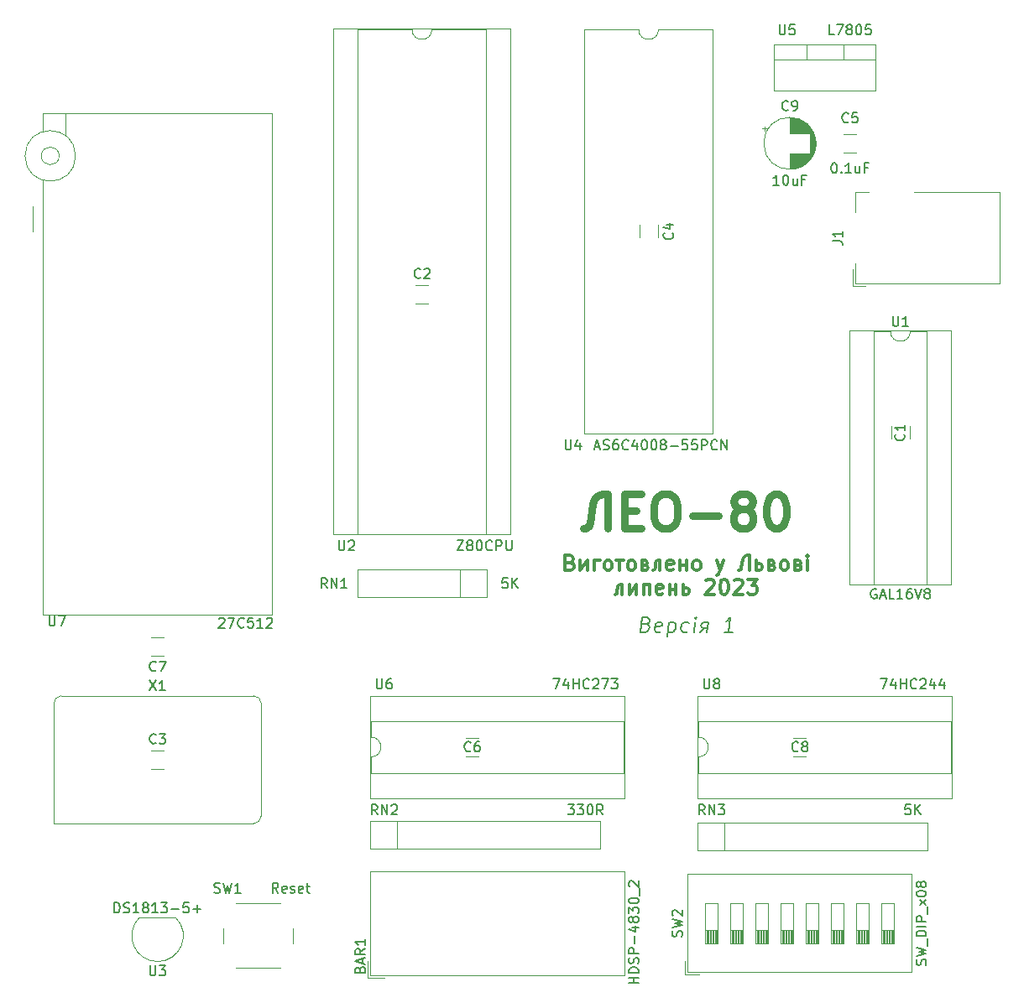
<source format=gbr>
%TF.GenerationSoftware,KiCad,Pcbnew,7.0.4*%
%TF.CreationDate,2023-07-19T22:21:49+03:00*%
%TF.ProjectId,main,6d61696e-2e6b-4696-9361-645f70636258,rev?*%
%TF.SameCoordinates,Original*%
%TF.FileFunction,Legend,Top*%
%TF.FilePolarity,Positive*%
%FSLAX46Y46*%
G04 Gerber Fmt 4.6, Leading zero omitted, Abs format (unit mm)*
G04 Created by KiCad (PCBNEW 7.0.4) date 2023-07-19 22:21:49*
%MOMM*%
%LPD*%
G01*
G04 APERTURE LIST*
%ADD10C,0.187500*%
%ADD11C,0.750000*%
%ADD12C,0.300000*%
%ADD13C,0.150000*%
%ADD14C,0.120000*%
G04 APERTURE END LIST*
D10*
X73416429Y47679035D02*
X73621786Y47607607D01*
X73621786Y47607607D02*
X73684286Y47536178D01*
X73684286Y47536178D02*
X73737858Y47393321D01*
X73737858Y47393321D02*
X73711072Y47179035D01*
X73711072Y47179035D02*
X73621786Y47036178D01*
X73621786Y47036178D02*
X73541429Y46964750D01*
X73541429Y46964750D02*
X73389643Y46893321D01*
X73389643Y46893321D02*
X72818215Y46893321D01*
X72818215Y46893321D02*
X73005715Y48393321D01*
X73005715Y48393321D02*
X73505715Y48393321D01*
X73505715Y48393321D02*
X73639643Y48321892D01*
X73639643Y48321892D02*
X73702143Y48250464D01*
X73702143Y48250464D02*
X73755715Y48107607D01*
X73755715Y48107607D02*
X73737858Y47964750D01*
X73737858Y47964750D02*
X73648572Y47821892D01*
X73648572Y47821892D02*
X73568215Y47750464D01*
X73568215Y47750464D02*
X73416429Y47679035D01*
X73416429Y47679035D02*
X72916429Y47679035D01*
X74898572Y46964750D02*
X74746786Y46893321D01*
X74746786Y46893321D02*
X74461072Y46893321D01*
X74461072Y46893321D02*
X74327143Y46964750D01*
X74327143Y46964750D02*
X74273572Y47107607D01*
X74273572Y47107607D02*
X74345001Y47679035D01*
X74345001Y47679035D02*
X74434286Y47821892D01*
X74434286Y47821892D02*
X74586072Y47893321D01*
X74586072Y47893321D02*
X74871786Y47893321D01*
X74871786Y47893321D02*
X75005715Y47821892D01*
X75005715Y47821892D02*
X75059286Y47679035D01*
X75059286Y47679035D02*
X75041429Y47536178D01*
X75041429Y47536178D02*
X74309286Y47393321D01*
X75728929Y47893321D02*
X75541429Y46393321D01*
X75720000Y47821892D02*
X75871786Y47893321D01*
X75871786Y47893321D02*
X76157500Y47893321D01*
X76157500Y47893321D02*
X76291429Y47821892D01*
X76291429Y47821892D02*
X76353929Y47750464D01*
X76353929Y47750464D02*
X76407500Y47607607D01*
X76407500Y47607607D02*
X76353929Y47179035D01*
X76353929Y47179035D02*
X76264643Y47036178D01*
X76264643Y47036178D02*
X76184286Y46964750D01*
X76184286Y46964750D02*
X76032500Y46893321D01*
X76032500Y46893321D02*
X75746786Y46893321D01*
X75746786Y46893321D02*
X75612857Y46964750D01*
X77612858Y46964750D02*
X77461072Y46893321D01*
X77461072Y46893321D02*
X77175358Y46893321D01*
X77175358Y46893321D02*
X77041429Y46964750D01*
X77041429Y46964750D02*
X76978929Y47036178D01*
X76978929Y47036178D02*
X76925358Y47179035D01*
X76925358Y47179035D02*
X76978929Y47607607D01*
X76978929Y47607607D02*
X77068215Y47750464D01*
X77068215Y47750464D02*
X77148572Y47821892D01*
X77148572Y47821892D02*
X77300358Y47893321D01*
X77300358Y47893321D02*
X77586072Y47893321D01*
X77586072Y47893321D02*
X77720000Y47821892D01*
X78246786Y46893321D02*
X78371786Y47893321D01*
X78434286Y48393321D02*
X78353929Y48321892D01*
X78353929Y48321892D02*
X78416429Y48250464D01*
X78416429Y48250464D02*
X78496786Y48321892D01*
X78496786Y48321892D02*
X78434286Y48393321D01*
X78434286Y48393321D02*
X78416429Y48250464D01*
X79300358Y47321892D02*
X78889643Y46893321D01*
X79532500Y46893321D02*
X79657500Y47893321D01*
X79657500Y47893321D02*
X79228929Y47893321D01*
X79228929Y47893321D02*
X79077143Y47821892D01*
X79077143Y47821892D02*
X78987858Y47679035D01*
X78987858Y47679035D02*
X78970000Y47536178D01*
X78970000Y47536178D02*
X79023572Y47393321D01*
X79023572Y47393321D02*
X79157500Y47321892D01*
X79157500Y47321892D02*
X79586072Y47321892D01*
X82175357Y46893321D02*
X81318214Y46893321D01*
X81746786Y46893321D02*
X81934286Y48393321D01*
X81934286Y48393321D02*
X81764643Y48179035D01*
X81764643Y48179035D02*
X81603929Y48036178D01*
X81603929Y48036178D02*
X81452143Y47964750D01*
D11*
X69553333Y57327332D02*
X69553333Y60827332D01*
X69553333Y60827332D02*
X69053333Y60827332D01*
X69053333Y60827332D02*
X68553333Y60660665D01*
X68553333Y60660665D02*
X68220000Y60327332D01*
X68220000Y60327332D02*
X68053333Y59827332D01*
X68053333Y59827332D02*
X67720000Y57827332D01*
X67720000Y57827332D02*
X67553333Y57493999D01*
X67553333Y57493999D02*
X67220000Y57327332D01*
X67220000Y57327332D02*
X67053333Y57327332D01*
X71220000Y59160665D02*
X72386667Y59160665D01*
X72886667Y57327332D02*
X71220000Y57327332D01*
X71220000Y57327332D02*
X71220000Y60827332D01*
X71220000Y60827332D02*
X72886667Y60827332D01*
X75053334Y60827332D02*
X75720000Y60827332D01*
X75720000Y60827332D02*
X76053334Y60660665D01*
X76053334Y60660665D02*
X76386667Y60327332D01*
X76386667Y60327332D02*
X76553334Y59660665D01*
X76553334Y59660665D02*
X76553334Y58493999D01*
X76553334Y58493999D02*
X76386667Y57827332D01*
X76386667Y57827332D02*
X76053334Y57493999D01*
X76053334Y57493999D02*
X75720000Y57327332D01*
X75720000Y57327332D02*
X75053334Y57327332D01*
X75053334Y57327332D02*
X74720000Y57493999D01*
X74720000Y57493999D02*
X74386667Y57827332D01*
X74386667Y57827332D02*
X74220000Y58493999D01*
X74220000Y58493999D02*
X74220000Y59660665D01*
X74220000Y59660665D02*
X74386667Y60327332D01*
X74386667Y60327332D02*
X74720000Y60660665D01*
X74720000Y60660665D02*
X75053334Y60827332D01*
X78053334Y58660665D02*
X80720001Y58660665D01*
X82886667Y59327332D02*
X82553334Y59493999D01*
X82553334Y59493999D02*
X82386667Y59660665D01*
X82386667Y59660665D02*
X82220000Y59993999D01*
X82220000Y59993999D02*
X82220000Y60160665D01*
X82220000Y60160665D02*
X82386667Y60493999D01*
X82386667Y60493999D02*
X82553334Y60660665D01*
X82553334Y60660665D02*
X82886667Y60827332D01*
X82886667Y60827332D02*
X83553334Y60827332D01*
X83553334Y60827332D02*
X83886667Y60660665D01*
X83886667Y60660665D02*
X84053334Y60493999D01*
X84053334Y60493999D02*
X84220000Y60160665D01*
X84220000Y60160665D02*
X84220000Y59993999D01*
X84220000Y59993999D02*
X84053334Y59660665D01*
X84053334Y59660665D02*
X83886667Y59493999D01*
X83886667Y59493999D02*
X83553334Y59327332D01*
X83553334Y59327332D02*
X82886667Y59327332D01*
X82886667Y59327332D02*
X82553334Y59160665D01*
X82553334Y59160665D02*
X82386667Y58993999D01*
X82386667Y58993999D02*
X82220000Y58660665D01*
X82220000Y58660665D02*
X82220000Y57993999D01*
X82220000Y57993999D02*
X82386667Y57660665D01*
X82386667Y57660665D02*
X82553334Y57493999D01*
X82553334Y57493999D02*
X82886667Y57327332D01*
X82886667Y57327332D02*
X83553334Y57327332D01*
X83553334Y57327332D02*
X83886667Y57493999D01*
X83886667Y57493999D02*
X84053334Y57660665D01*
X84053334Y57660665D02*
X84220000Y57993999D01*
X84220000Y57993999D02*
X84220000Y58660665D01*
X84220000Y58660665D02*
X84053334Y58993999D01*
X84053334Y58993999D02*
X83886667Y59160665D01*
X83886667Y59160665D02*
X83553334Y59327332D01*
X86386667Y60827332D02*
X86720000Y60827332D01*
X86720000Y60827332D02*
X87053333Y60660665D01*
X87053333Y60660665D02*
X87220000Y60493999D01*
X87220000Y60493999D02*
X87386667Y60160665D01*
X87386667Y60160665D02*
X87553333Y59493999D01*
X87553333Y59493999D02*
X87553333Y58660665D01*
X87553333Y58660665D02*
X87386667Y57993999D01*
X87386667Y57993999D02*
X87220000Y57660665D01*
X87220000Y57660665D02*
X87053333Y57493999D01*
X87053333Y57493999D02*
X86720000Y57327332D01*
X86720000Y57327332D02*
X86386667Y57327332D01*
X86386667Y57327332D02*
X86053333Y57493999D01*
X86053333Y57493999D02*
X85886667Y57660665D01*
X85886667Y57660665D02*
X85720000Y57993999D01*
X85720000Y57993999D02*
X85553333Y58660665D01*
X85553333Y58660665D02*
X85553333Y59493999D01*
X85553333Y59493999D02*
X85720000Y60160665D01*
X85720000Y60160665D02*
X85886667Y60493999D01*
X85886667Y60493999D02*
X86053333Y60660665D01*
X86053333Y60660665D02*
X86386667Y60827332D01*
D12*
X65755714Y53909885D02*
X65970000Y53838457D01*
X65970000Y53838457D02*
X66041429Y53767028D01*
X66041429Y53767028D02*
X66112857Y53624171D01*
X66112857Y53624171D02*
X66112857Y53409885D01*
X66112857Y53409885D02*
X66041429Y53267028D01*
X66041429Y53267028D02*
X65970000Y53195600D01*
X65970000Y53195600D02*
X65827143Y53124171D01*
X65827143Y53124171D02*
X65255714Y53124171D01*
X65255714Y53124171D02*
X65255714Y54624171D01*
X65255714Y54624171D02*
X65755714Y54624171D01*
X65755714Y54624171D02*
X65898572Y54552742D01*
X65898572Y54552742D02*
X65970000Y54481314D01*
X65970000Y54481314D02*
X66041429Y54338457D01*
X66041429Y54338457D02*
X66041429Y54195600D01*
X66041429Y54195600D02*
X65970000Y54052742D01*
X65970000Y54052742D02*
X65898572Y53981314D01*
X65898572Y53981314D02*
X65755714Y53909885D01*
X65755714Y53909885D02*
X65255714Y53909885D01*
X66755714Y54124171D02*
X66755714Y53124171D01*
X66755714Y53124171D02*
X67470000Y54124171D01*
X67470000Y54124171D02*
X67470000Y53124171D01*
X68184285Y53124171D02*
X68184285Y54124171D01*
X68184285Y54124171D02*
X68755714Y54124171D01*
X69470000Y53124171D02*
X69327143Y53195600D01*
X69327143Y53195600D02*
X69255714Y53267028D01*
X69255714Y53267028D02*
X69184286Y53409885D01*
X69184286Y53409885D02*
X69184286Y53838457D01*
X69184286Y53838457D02*
X69255714Y53981314D01*
X69255714Y53981314D02*
X69327143Y54052742D01*
X69327143Y54052742D02*
X69470000Y54124171D01*
X69470000Y54124171D02*
X69684286Y54124171D01*
X69684286Y54124171D02*
X69827143Y54052742D01*
X69827143Y54052742D02*
X69898572Y53981314D01*
X69898572Y53981314D02*
X69970000Y53838457D01*
X69970000Y53838457D02*
X69970000Y53409885D01*
X69970000Y53409885D02*
X69898572Y53267028D01*
X69898572Y53267028D02*
X69827143Y53195600D01*
X69827143Y53195600D02*
X69684286Y53124171D01*
X69684286Y53124171D02*
X69470000Y53124171D01*
X70398572Y54124171D02*
X71112857Y54124171D01*
X70755715Y54124171D02*
X70755715Y53124171D01*
X71827143Y53124171D02*
X71684286Y53195600D01*
X71684286Y53195600D02*
X71612857Y53267028D01*
X71612857Y53267028D02*
X71541429Y53409885D01*
X71541429Y53409885D02*
X71541429Y53838457D01*
X71541429Y53838457D02*
X71612857Y53981314D01*
X71612857Y53981314D02*
X71684286Y54052742D01*
X71684286Y54052742D02*
X71827143Y54124171D01*
X71827143Y54124171D02*
X72041429Y54124171D01*
X72041429Y54124171D02*
X72184286Y54052742D01*
X72184286Y54052742D02*
X72255715Y53981314D01*
X72255715Y53981314D02*
X72327143Y53838457D01*
X72327143Y53838457D02*
X72327143Y53409885D01*
X72327143Y53409885D02*
X72255715Y53267028D01*
X72255715Y53267028D02*
X72184286Y53195600D01*
X72184286Y53195600D02*
X72041429Y53124171D01*
X72041429Y53124171D02*
X71827143Y53124171D01*
X73327143Y53624171D02*
X73541429Y53552742D01*
X73541429Y53552742D02*
X73612858Y53409885D01*
X73612858Y53409885D02*
X73612858Y53338457D01*
X73612858Y53338457D02*
X73541429Y53195600D01*
X73541429Y53195600D02*
X73398572Y53124171D01*
X73398572Y53124171D02*
X72970000Y53124171D01*
X72970000Y53124171D02*
X72970000Y54124171D01*
X72970000Y54124171D02*
X73327143Y54124171D01*
X73327143Y54124171D02*
X73470000Y54052742D01*
X73470000Y54052742D02*
X73541429Y53909885D01*
X73541429Y53909885D02*
X73541429Y53838457D01*
X73541429Y53838457D02*
X73470000Y53695600D01*
X73470000Y53695600D02*
X73327143Y53624171D01*
X73327143Y53624171D02*
X72970000Y53624171D01*
X74827143Y53124171D02*
X74827143Y54124171D01*
X74827143Y54124171D02*
X74612857Y54124171D01*
X74612857Y54124171D02*
X74470000Y54052742D01*
X74470000Y54052742D02*
X74398572Y53909885D01*
X74398572Y53909885D02*
X74327143Y53338457D01*
X74327143Y53338457D02*
X74255714Y53195600D01*
X74255714Y53195600D02*
X74112857Y53124171D01*
X76112857Y53195600D02*
X75970000Y53124171D01*
X75970000Y53124171D02*
X75684286Y53124171D01*
X75684286Y53124171D02*
X75541428Y53195600D01*
X75541428Y53195600D02*
X75470000Y53338457D01*
X75470000Y53338457D02*
X75470000Y53909885D01*
X75470000Y53909885D02*
X75541428Y54052742D01*
X75541428Y54052742D02*
X75684286Y54124171D01*
X75684286Y54124171D02*
X75970000Y54124171D01*
X75970000Y54124171D02*
X76112857Y54052742D01*
X76112857Y54052742D02*
X76184286Y53909885D01*
X76184286Y53909885D02*
X76184286Y53767028D01*
X76184286Y53767028D02*
X75470000Y53624171D01*
X76827142Y53624171D02*
X77470000Y53624171D01*
X76827142Y54124171D02*
X76827142Y53124171D01*
X77470000Y54124171D02*
X77470000Y53124171D01*
X78398571Y53124171D02*
X78255714Y53195600D01*
X78255714Y53195600D02*
X78184285Y53267028D01*
X78184285Y53267028D02*
X78112857Y53409885D01*
X78112857Y53409885D02*
X78112857Y53838457D01*
X78112857Y53838457D02*
X78184285Y53981314D01*
X78184285Y53981314D02*
X78255714Y54052742D01*
X78255714Y54052742D02*
X78398571Y54124171D01*
X78398571Y54124171D02*
X78612857Y54124171D01*
X78612857Y54124171D02*
X78755714Y54052742D01*
X78755714Y54052742D02*
X78827143Y53981314D01*
X78827143Y53981314D02*
X78898571Y53838457D01*
X78898571Y53838457D02*
X78898571Y53409885D01*
X78898571Y53409885D02*
X78827143Y53267028D01*
X78827143Y53267028D02*
X78755714Y53195600D01*
X78755714Y53195600D02*
X78612857Y53124171D01*
X78612857Y53124171D02*
X78398571Y53124171D01*
X80541428Y54124171D02*
X80898571Y53124171D01*
X81255714Y54124171D02*
X80898571Y53124171D01*
X80898571Y53124171D02*
X80755714Y52767028D01*
X80755714Y52767028D02*
X80684285Y52695600D01*
X80684285Y52695600D02*
X80541428Y52624171D01*
X83827142Y53124171D02*
X83827142Y54624171D01*
X83827142Y54624171D02*
X83612857Y54624171D01*
X83612857Y54624171D02*
X83398571Y54552742D01*
X83398571Y54552742D02*
X83255714Y54409885D01*
X83255714Y54409885D02*
X83184285Y54195600D01*
X83184285Y54195600D02*
X83041428Y53338457D01*
X83041428Y53338457D02*
X82969999Y53195600D01*
X82969999Y53195600D02*
X82827142Y53124171D01*
X82827142Y53124171D02*
X82755714Y53124171D01*
X84541428Y54124171D02*
X84541428Y53124171D01*
X84541428Y53124171D02*
X84898571Y53124171D01*
X84898571Y53124171D02*
X85041428Y53195600D01*
X85041428Y53195600D02*
X85112857Y53338457D01*
X85112857Y53338457D02*
X85112857Y53552742D01*
X85112857Y53552742D02*
X85041428Y53695600D01*
X85041428Y53695600D02*
X84898571Y53767028D01*
X84898571Y53767028D02*
X84541428Y53767028D01*
X86112857Y53624171D02*
X86327143Y53552742D01*
X86327143Y53552742D02*
X86398572Y53409885D01*
X86398572Y53409885D02*
X86398572Y53338457D01*
X86398572Y53338457D02*
X86327143Y53195600D01*
X86327143Y53195600D02*
X86184286Y53124171D01*
X86184286Y53124171D02*
X85755714Y53124171D01*
X85755714Y53124171D02*
X85755714Y54124171D01*
X85755714Y54124171D02*
X86112857Y54124171D01*
X86112857Y54124171D02*
X86255714Y54052742D01*
X86255714Y54052742D02*
X86327143Y53909885D01*
X86327143Y53909885D02*
X86327143Y53838457D01*
X86327143Y53838457D02*
X86255714Y53695600D01*
X86255714Y53695600D02*
X86112857Y53624171D01*
X86112857Y53624171D02*
X85755714Y53624171D01*
X87255714Y53124171D02*
X87112857Y53195600D01*
X87112857Y53195600D02*
X87041428Y53267028D01*
X87041428Y53267028D02*
X86970000Y53409885D01*
X86970000Y53409885D02*
X86970000Y53838457D01*
X86970000Y53838457D02*
X87041428Y53981314D01*
X87041428Y53981314D02*
X87112857Y54052742D01*
X87112857Y54052742D02*
X87255714Y54124171D01*
X87255714Y54124171D02*
X87470000Y54124171D01*
X87470000Y54124171D02*
X87612857Y54052742D01*
X87612857Y54052742D02*
X87684286Y53981314D01*
X87684286Y53981314D02*
X87755714Y53838457D01*
X87755714Y53838457D02*
X87755714Y53409885D01*
X87755714Y53409885D02*
X87684286Y53267028D01*
X87684286Y53267028D02*
X87612857Y53195600D01*
X87612857Y53195600D02*
X87470000Y53124171D01*
X87470000Y53124171D02*
X87255714Y53124171D01*
X88755714Y53624171D02*
X88970000Y53552742D01*
X88970000Y53552742D02*
X89041429Y53409885D01*
X89041429Y53409885D02*
X89041429Y53338457D01*
X89041429Y53338457D02*
X88970000Y53195600D01*
X88970000Y53195600D02*
X88827143Y53124171D01*
X88827143Y53124171D02*
X88398571Y53124171D01*
X88398571Y53124171D02*
X88398571Y54124171D01*
X88398571Y54124171D02*
X88755714Y54124171D01*
X88755714Y54124171D02*
X88898571Y54052742D01*
X88898571Y54052742D02*
X88970000Y53909885D01*
X88970000Y53909885D02*
X88970000Y53838457D01*
X88970000Y53838457D02*
X88898571Y53695600D01*
X88898571Y53695600D02*
X88755714Y53624171D01*
X88755714Y53624171D02*
X88398571Y53624171D01*
X89684285Y53124171D02*
X89684285Y54124171D01*
X89684285Y54624171D02*
X89612857Y54552742D01*
X89612857Y54552742D02*
X89684285Y54481314D01*
X89684285Y54481314D02*
X89755714Y54552742D01*
X89755714Y54552742D02*
X89684285Y54624171D01*
X89684285Y54624171D02*
X89684285Y54481314D01*
X71005715Y50709171D02*
X71005715Y51709171D01*
X71005715Y51709171D02*
X70791429Y51709171D01*
X70791429Y51709171D02*
X70648572Y51637742D01*
X70648572Y51637742D02*
X70577144Y51494885D01*
X70577144Y51494885D02*
X70505715Y50923457D01*
X70505715Y50923457D02*
X70434286Y50780600D01*
X70434286Y50780600D02*
X70291429Y50709171D01*
X71720000Y51709171D02*
X71720000Y50709171D01*
X71720000Y50709171D02*
X72434286Y51709171D01*
X72434286Y51709171D02*
X72434286Y50709171D01*
X73148571Y50709171D02*
X73148571Y51709171D01*
X73148571Y51709171D02*
X73791429Y51709171D01*
X73791429Y51709171D02*
X73791429Y50709171D01*
X75077143Y50780600D02*
X74934286Y50709171D01*
X74934286Y50709171D02*
X74648572Y50709171D01*
X74648572Y50709171D02*
X74505714Y50780600D01*
X74505714Y50780600D02*
X74434286Y50923457D01*
X74434286Y50923457D02*
X74434286Y51494885D01*
X74434286Y51494885D02*
X74505714Y51637742D01*
X74505714Y51637742D02*
X74648572Y51709171D01*
X74648572Y51709171D02*
X74934286Y51709171D01*
X74934286Y51709171D02*
X75077143Y51637742D01*
X75077143Y51637742D02*
X75148572Y51494885D01*
X75148572Y51494885D02*
X75148572Y51352028D01*
X75148572Y51352028D02*
X74434286Y51209171D01*
X75791428Y51209171D02*
X76434286Y51209171D01*
X75791428Y51709171D02*
X75791428Y50709171D01*
X76434286Y51709171D02*
X76434286Y50709171D01*
X77148571Y51709171D02*
X77148571Y50709171D01*
X77148571Y50709171D02*
X77505714Y50709171D01*
X77505714Y50709171D02*
X77648571Y50780600D01*
X77648571Y50780600D02*
X77720000Y50923457D01*
X77720000Y50923457D02*
X77720000Y51137742D01*
X77720000Y51137742D02*
X77648571Y51280600D01*
X77648571Y51280600D02*
X77505714Y51352028D01*
X77505714Y51352028D02*
X77148571Y51352028D01*
X79434286Y52066314D02*
X79505714Y52137742D01*
X79505714Y52137742D02*
X79648572Y52209171D01*
X79648572Y52209171D02*
X80005714Y52209171D01*
X80005714Y52209171D02*
X80148572Y52137742D01*
X80148572Y52137742D02*
X80220000Y52066314D01*
X80220000Y52066314D02*
X80291429Y51923457D01*
X80291429Y51923457D02*
X80291429Y51780600D01*
X80291429Y51780600D02*
X80220000Y51566314D01*
X80220000Y51566314D02*
X79362857Y50709171D01*
X79362857Y50709171D02*
X80291429Y50709171D01*
X81220000Y52209171D02*
X81362857Y52209171D01*
X81362857Y52209171D02*
X81505714Y52137742D01*
X81505714Y52137742D02*
X81577143Y52066314D01*
X81577143Y52066314D02*
X81648571Y51923457D01*
X81648571Y51923457D02*
X81720000Y51637742D01*
X81720000Y51637742D02*
X81720000Y51280600D01*
X81720000Y51280600D02*
X81648571Y50994885D01*
X81648571Y50994885D02*
X81577143Y50852028D01*
X81577143Y50852028D02*
X81505714Y50780600D01*
X81505714Y50780600D02*
X81362857Y50709171D01*
X81362857Y50709171D02*
X81220000Y50709171D01*
X81220000Y50709171D02*
X81077143Y50780600D01*
X81077143Y50780600D02*
X81005714Y50852028D01*
X81005714Y50852028D02*
X80934285Y50994885D01*
X80934285Y50994885D02*
X80862857Y51280600D01*
X80862857Y51280600D02*
X80862857Y51637742D01*
X80862857Y51637742D02*
X80934285Y51923457D01*
X80934285Y51923457D02*
X81005714Y52066314D01*
X81005714Y52066314D02*
X81077143Y52137742D01*
X81077143Y52137742D02*
X81220000Y52209171D01*
X82291428Y52066314D02*
X82362856Y52137742D01*
X82362856Y52137742D02*
X82505714Y52209171D01*
X82505714Y52209171D02*
X82862856Y52209171D01*
X82862856Y52209171D02*
X83005714Y52137742D01*
X83005714Y52137742D02*
X83077142Y52066314D01*
X83077142Y52066314D02*
X83148571Y51923457D01*
X83148571Y51923457D02*
X83148571Y51780600D01*
X83148571Y51780600D02*
X83077142Y51566314D01*
X83077142Y51566314D02*
X82219999Y50709171D01*
X82219999Y50709171D02*
X83148571Y50709171D01*
X83648570Y52209171D02*
X84577142Y52209171D01*
X84577142Y52209171D02*
X84077142Y51637742D01*
X84077142Y51637742D02*
X84291427Y51637742D01*
X84291427Y51637742D02*
X84434285Y51566314D01*
X84434285Y51566314D02*
X84505713Y51494885D01*
X84505713Y51494885D02*
X84577142Y51352028D01*
X84577142Y51352028D02*
X84577142Y50994885D01*
X84577142Y50994885D02*
X84505713Y50852028D01*
X84505713Y50852028D02*
X84434285Y50780600D01*
X84434285Y50780600D02*
X84291427Y50709171D01*
X84291427Y50709171D02*
X83862856Y50709171D01*
X83862856Y50709171D02*
X83719999Y50780600D01*
X83719999Y50780600D02*
X83648570Y50852028D01*
D13*
%TO.C,SW2*%
X76997200Y16156667D02*
X77044819Y16299524D01*
X77044819Y16299524D02*
X77044819Y16537619D01*
X77044819Y16537619D02*
X76997200Y16632857D01*
X76997200Y16632857D02*
X76949580Y16680476D01*
X76949580Y16680476D02*
X76854342Y16728095D01*
X76854342Y16728095D02*
X76759104Y16728095D01*
X76759104Y16728095D02*
X76663866Y16680476D01*
X76663866Y16680476D02*
X76616247Y16632857D01*
X76616247Y16632857D02*
X76568628Y16537619D01*
X76568628Y16537619D02*
X76521009Y16347143D01*
X76521009Y16347143D02*
X76473390Y16251905D01*
X76473390Y16251905D02*
X76425771Y16204286D01*
X76425771Y16204286D02*
X76330533Y16156667D01*
X76330533Y16156667D02*
X76235295Y16156667D01*
X76235295Y16156667D02*
X76140057Y16204286D01*
X76140057Y16204286D02*
X76092438Y16251905D01*
X76092438Y16251905D02*
X76044819Y16347143D01*
X76044819Y16347143D02*
X76044819Y16585238D01*
X76044819Y16585238D02*
X76092438Y16728095D01*
X76044819Y17061429D02*
X77044819Y17299524D01*
X77044819Y17299524D02*
X76330533Y17490000D01*
X76330533Y17490000D02*
X77044819Y17680476D01*
X77044819Y17680476D02*
X76044819Y17918572D01*
X76140057Y18251905D02*
X76092438Y18299524D01*
X76092438Y18299524D02*
X76044819Y18394762D01*
X76044819Y18394762D02*
X76044819Y18632857D01*
X76044819Y18632857D02*
X76092438Y18728095D01*
X76092438Y18728095D02*
X76140057Y18775714D01*
X76140057Y18775714D02*
X76235295Y18823333D01*
X76235295Y18823333D02*
X76330533Y18823333D01*
X76330533Y18823333D02*
X76473390Y18775714D01*
X76473390Y18775714D02*
X77044819Y18204286D01*
X77044819Y18204286D02*
X77044819Y18823333D01*
X101617200Y13275714D02*
X101664819Y13418571D01*
X101664819Y13418571D02*
X101664819Y13656666D01*
X101664819Y13656666D02*
X101617200Y13751904D01*
X101617200Y13751904D02*
X101569580Y13799523D01*
X101569580Y13799523D02*
X101474342Y13847142D01*
X101474342Y13847142D02*
X101379104Y13847142D01*
X101379104Y13847142D02*
X101283866Y13799523D01*
X101283866Y13799523D02*
X101236247Y13751904D01*
X101236247Y13751904D02*
X101188628Y13656666D01*
X101188628Y13656666D02*
X101141009Y13466190D01*
X101141009Y13466190D02*
X101093390Y13370952D01*
X101093390Y13370952D02*
X101045771Y13323333D01*
X101045771Y13323333D02*
X100950533Y13275714D01*
X100950533Y13275714D02*
X100855295Y13275714D01*
X100855295Y13275714D02*
X100760057Y13323333D01*
X100760057Y13323333D02*
X100712438Y13370952D01*
X100712438Y13370952D02*
X100664819Y13466190D01*
X100664819Y13466190D02*
X100664819Y13704285D01*
X100664819Y13704285D02*
X100712438Y13847142D01*
X100664819Y14180476D02*
X101664819Y14418571D01*
X101664819Y14418571D02*
X100950533Y14609047D01*
X100950533Y14609047D02*
X101664819Y14799523D01*
X101664819Y14799523D02*
X100664819Y15037619D01*
X101760057Y15180476D02*
X101760057Y15942380D01*
X101664819Y16180476D02*
X100664819Y16180476D01*
X100664819Y16180476D02*
X100664819Y16418571D01*
X100664819Y16418571D02*
X100712438Y16561428D01*
X100712438Y16561428D02*
X100807676Y16656666D01*
X100807676Y16656666D02*
X100902914Y16704285D01*
X100902914Y16704285D02*
X101093390Y16751904D01*
X101093390Y16751904D02*
X101236247Y16751904D01*
X101236247Y16751904D02*
X101426723Y16704285D01*
X101426723Y16704285D02*
X101521961Y16656666D01*
X101521961Y16656666D02*
X101617200Y16561428D01*
X101617200Y16561428D02*
X101664819Y16418571D01*
X101664819Y16418571D02*
X101664819Y16180476D01*
X101664819Y17180476D02*
X100664819Y17180476D01*
X101664819Y17656666D02*
X100664819Y17656666D01*
X100664819Y17656666D02*
X100664819Y18037618D01*
X100664819Y18037618D02*
X100712438Y18132856D01*
X100712438Y18132856D02*
X100760057Y18180475D01*
X100760057Y18180475D02*
X100855295Y18228094D01*
X100855295Y18228094D02*
X100998152Y18228094D01*
X100998152Y18228094D02*
X101093390Y18180475D01*
X101093390Y18180475D02*
X101141009Y18132856D01*
X101141009Y18132856D02*
X101188628Y18037618D01*
X101188628Y18037618D02*
X101188628Y17656666D01*
X101760057Y18418571D02*
X101760057Y19180475D01*
X101664819Y19323333D02*
X100998152Y19847142D01*
X100998152Y19323333D02*
X101664819Y19847142D01*
X100664819Y20418571D02*
X100664819Y20513809D01*
X100664819Y20513809D02*
X100712438Y20609047D01*
X100712438Y20609047D02*
X100760057Y20656666D01*
X100760057Y20656666D02*
X100855295Y20704285D01*
X100855295Y20704285D02*
X101045771Y20751904D01*
X101045771Y20751904D02*
X101283866Y20751904D01*
X101283866Y20751904D02*
X101474342Y20704285D01*
X101474342Y20704285D02*
X101569580Y20656666D01*
X101569580Y20656666D02*
X101617200Y20609047D01*
X101617200Y20609047D02*
X101664819Y20513809D01*
X101664819Y20513809D02*
X101664819Y20418571D01*
X101664819Y20418571D02*
X101617200Y20323333D01*
X101617200Y20323333D02*
X101569580Y20275714D01*
X101569580Y20275714D02*
X101474342Y20228095D01*
X101474342Y20228095D02*
X101283866Y20180476D01*
X101283866Y20180476D02*
X101045771Y20180476D01*
X101045771Y20180476D02*
X100855295Y20228095D01*
X100855295Y20228095D02*
X100760057Y20275714D01*
X100760057Y20275714D02*
X100712438Y20323333D01*
X100712438Y20323333D02*
X100664819Y20418571D01*
X101093390Y21323333D02*
X101045771Y21228095D01*
X101045771Y21228095D02*
X100998152Y21180476D01*
X100998152Y21180476D02*
X100902914Y21132857D01*
X100902914Y21132857D02*
X100855295Y21132857D01*
X100855295Y21132857D02*
X100760057Y21180476D01*
X100760057Y21180476D02*
X100712438Y21228095D01*
X100712438Y21228095D02*
X100664819Y21323333D01*
X100664819Y21323333D02*
X100664819Y21513809D01*
X100664819Y21513809D02*
X100712438Y21609047D01*
X100712438Y21609047D02*
X100760057Y21656666D01*
X100760057Y21656666D02*
X100855295Y21704285D01*
X100855295Y21704285D02*
X100902914Y21704285D01*
X100902914Y21704285D02*
X100998152Y21656666D01*
X100998152Y21656666D02*
X101045771Y21609047D01*
X101045771Y21609047D02*
X101093390Y21513809D01*
X101093390Y21513809D02*
X101093390Y21323333D01*
X101093390Y21323333D02*
X101141009Y21228095D01*
X101141009Y21228095D02*
X101188628Y21180476D01*
X101188628Y21180476D02*
X101283866Y21132857D01*
X101283866Y21132857D02*
X101474342Y21132857D01*
X101474342Y21132857D02*
X101569580Y21180476D01*
X101569580Y21180476D02*
X101617200Y21228095D01*
X101617200Y21228095D02*
X101664819Y21323333D01*
X101664819Y21323333D02*
X101664819Y21513809D01*
X101664819Y21513809D02*
X101617200Y21609047D01*
X101617200Y21609047D02*
X101569580Y21656666D01*
X101569580Y21656666D02*
X101474342Y21704285D01*
X101474342Y21704285D02*
X101283866Y21704285D01*
X101283866Y21704285D02*
X101188628Y21656666D01*
X101188628Y21656666D02*
X101141009Y21609047D01*
X101141009Y21609047D02*
X101093390Y21513809D01*
%TO.C,C4*%
X76069580Y87173333D02*
X76117200Y87125714D01*
X76117200Y87125714D02*
X76164819Y86982857D01*
X76164819Y86982857D02*
X76164819Y86887619D01*
X76164819Y86887619D02*
X76117200Y86744762D01*
X76117200Y86744762D02*
X76021961Y86649524D01*
X76021961Y86649524D02*
X75926723Y86601905D01*
X75926723Y86601905D02*
X75736247Y86554286D01*
X75736247Y86554286D02*
X75593390Y86554286D01*
X75593390Y86554286D02*
X75402914Y86601905D01*
X75402914Y86601905D02*
X75307676Y86649524D01*
X75307676Y86649524D02*
X75212438Y86744762D01*
X75212438Y86744762D02*
X75164819Y86887619D01*
X75164819Y86887619D02*
X75164819Y86982857D01*
X75164819Y86982857D02*
X75212438Y87125714D01*
X75212438Y87125714D02*
X75260057Y87173333D01*
X75498152Y88030476D02*
X76164819Y88030476D01*
X75117200Y87792381D02*
X75831485Y87554286D01*
X75831485Y87554286D02*
X75831485Y88173333D01*
%TO.C,U3*%
X23368095Y13205180D02*
X23368095Y12395657D01*
X23368095Y12395657D02*
X23415714Y12300419D01*
X23415714Y12300419D02*
X23463333Y12252800D01*
X23463333Y12252800D02*
X23558571Y12205180D01*
X23558571Y12205180D02*
X23749047Y12205180D01*
X23749047Y12205180D02*
X23844285Y12252800D01*
X23844285Y12252800D02*
X23891904Y12300419D01*
X23891904Y12300419D02*
X23939523Y12395657D01*
X23939523Y12395657D02*
X23939523Y13205180D01*
X24320476Y13205180D02*
X24939523Y13205180D01*
X24939523Y13205180D02*
X24606190Y12824228D01*
X24606190Y12824228D02*
X24749047Y12824228D01*
X24749047Y12824228D02*
X24844285Y12776609D01*
X24844285Y12776609D02*
X24891904Y12728990D01*
X24891904Y12728990D02*
X24939523Y12633752D01*
X24939523Y12633752D02*
X24939523Y12395657D01*
X24939523Y12395657D02*
X24891904Y12300419D01*
X24891904Y12300419D02*
X24844285Y12252800D01*
X24844285Y12252800D02*
X24749047Y12205180D01*
X24749047Y12205180D02*
X24463333Y12205180D01*
X24463333Y12205180D02*
X24368095Y12252800D01*
X24368095Y12252800D02*
X24320476Y12300419D01*
X19772857Y18555180D02*
X19772857Y19555180D01*
X19772857Y19555180D02*
X20010952Y19555180D01*
X20010952Y19555180D02*
X20153809Y19507561D01*
X20153809Y19507561D02*
X20249047Y19412323D01*
X20249047Y19412323D02*
X20296666Y19317085D01*
X20296666Y19317085D02*
X20344285Y19126609D01*
X20344285Y19126609D02*
X20344285Y18983752D01*
X20344285Y18983752D02*
X20296666Y18793276D01*
X20296666Y18793276D02*
X20249047Y18698038D01*
X20249047Y18698038D02*
X20153809Y18602800D01*
X20153809Y18602800D02*
X20010952Y18555180D01*
X20010952Y18555180D02*
X19772857Y18555180D01*
X20725238Y18602800D02*
X20868095Y18555180D01*
X20868095Y18555180D02*
X21106190Y18555180D01*
X21106190Y18555180D02*
X21201428Y18602800D01*
X21201428Y18602800D02*
X21249047Y18650419D01*
X21249047Y18650419D02*
X21296666Y18745657D01*
X21296666Y18745657D02*
X21296666Y18840895D01*
X21296666Y18840895D02*
X21249047Y18936133D01*
X21249047Y18936133D02*
X21201428Y18983752D01*
X21201428Y18983752D02*
X21106190Y19031371D01*
X21106190Y19031371D02*
X20915714Y19078990D01*
X20915714Y19078990D02*
X20820476Y19126609D01*
X20820476Y19126609D02*
X20772857Y19174228D01*
X20772857Y19174228D02*
X20725238Y19269466D01*
X20725238Y19269466D02*
X20725238Y19364704D01*
X20725238Y19364704D02*
X20772857Y19459942D01*
X20772857Y19459942D02*
X20820476Y19507561D01*
X20820476Y19507561D02*
X20915714Y19555180D01*
X20915714Y19555180D02*
X21153809Y19555180D01*
X21153809Y19555180D02*
X21296666Y19507561D01*
X22249047Y18555180D02*
X21677619Y18555180D01*
X21963333Y18555180D02*
X21963333Y19555180D01*
X21963333Y19555180D02*
X21868095Y19412323D01*
X21868095Y19412323D02*
X21772857Y19317085D01*
X21772857Y19317085D02*
X21677619Y19269466D01*
X22820476Y19126609D02*
X22725238Y19174228D01*
X22725238Y19174228D02*
X22677619Y19221847D01*
X22677619Y19221847D02*
X22630000Y19317085D01*
X22630000Y19317085D02*
X22630000Y19364704D01*
X22630000Y19364704D02*
X22677619Y19459942D01*
X22677619Y19459942D02*
X22725238Y19507561D01*
X22725238Y19507561D02*
X22820476Y19555180D01*
X22820476Y19555180D02*
X23010952Y19555180D01*
X23010952Y19555180D02*
X23106190Y19507561D01*
X23106190Y19507561D02*
X23153809Y19459942D01*
X23153809Y19459942D02*
X23201428Y19364704D01*
X23201428Y19364704D02*
X23201428Y19317085D01*
X23201428Y19317085D02*
X23153809Y19221847D01*
X23153809Y19221847D02*
X23106190Y19174228D01*
X23106190Y19174228D02*
X23010952Y19126609D01*
X23010952Y19126609D02*
X22820476Y19126609D01*
X22820476Y19126609D02*
X22725238Y19078990D01*
X22725238Y19078990D02*
X22677619Y19031371D01*
X22677619Y19031371D02*
X22630000Y18936133D01*
X22630000Y18936133D02*
X22630000Y18745657D01*
X22630000Y18745657D02*
X22677619Y18650419D01*
X22677619Y18650419D02*
X22725238Y18602800D01*
X22725238Y18602800D02*
X22820476Y18555180D01*
X22820476Y18555180D02*
X23010952Y18555180D01*
X23010952Y18555180D02*
X23106190Y18602800D01*
X23106190Y18602800D02*
X23153809Y18650419D01*
X23153809Y18650419D02*
X23201428Y18745657D01*
X23201428Y18745657D02*
X23201428Y18936133D01*
X23201428Y18936133D02*
X23153809Y19031371D01*
X23153809Y19031371D02*
X23106190Y19078990D01*
X23106190Y19078990D02*
X23010952Y19126609D01*
X24153809Y18555180D02*
X23582381Y18555180D01*
X23868095Y18555180D02*
X23868095Y19555180D01*
X23868095Y19555180D02*
X23772857Y19412323D01*
X23772857Y19412323D02*
X23677619Y19317085D01*
X23677619Y19317085D02*
X23582381Y19269466D01*
X24487143Y19555180D02*
X25106190Y19555180D01*
X25106190Y19555180D02*
X24772857Y19174228D01*
X24772857Y19174228D02*
X24915714Y19174228D01*
X24915714Y19174228D02*
X25010952Y19126609D01*
X25010952Y19126609D02*
X25058571Y19078990D01*
X25058571Y19078990D02*
X25106190Y18983752D01*
X25106190Y18983752D02*
X25106190Y18745657D01*
X25106190Y18745657D02*
X25058571Y18650419D01*
X25058571Y18650419D02*
X25010952Y18602800D01*
X25010952Y18602800D02*
X24915714Y18555180D01*
X24915714Y18555180D02*
X24630000Y18555180D01*
X24630000Y18555180D02*
X24534762Y18602800D01*
X24534762Y18602800D02*
X24487143Y18650419D01*
X25534762Y18936133D02*
X26296667Y18936133D01*
X27249047Y19555180D02*
X26772857Y19555180D01*
X26772857Y19555180D02*
X26725238Y19078990D01*
X26725238Y19078990D02*
X26772857Y19126609D01*
X26772857Y19126609D02*
X26868095Y19174228D01*
X26868095Y19174228D02*
X27106190Y19174228D01*
X27106190Y19174228D02*
X27201428Y19126609D01*
X27201428Y19126609D02*
X27249047Y19078990D01*
X27249047Y19078990D02*
X27296666Y18983752D01*
X27296666Y18983752D02*
X27296666Y18745657D01*
X27296666Y18745657D02*
X27249047Y18650419D01*
X27249047Y18650419D02*
X27201428Y18602800D01*
X27201428Y18602800D02*
X27106190Y18555180D01*
X27106190Y18555180D02*
X26868095Y18555180D01*
X26868095Y18555180D02*
X26772857Y18602800D01*
X26772857Y18602800D02*
X26725238Y18650419D01*
X27725238Y18936133D02*
X28487143Y18936133D01*
X28106190Y18555180D02*
X28106190Y19317085D01*
%TO.C,U4*%
X65278095Y66295180D02*
X65278095Y65485657D01*
X65278095Y65485657D02*
X65325714Y65390419D01*
X65325714Y65390419D02*
X65373333Y65342800D01*
X65373333Y65342800D02*
X65468571Y65295180D01*
X65468571Y65295180D02*
X65659047Y65295180D01*
X65659047Y65295180D02*
X65754285Y65342800D01*
X65754285Y65342800D02*
X65801904Y65390419D01*
X65801904Y65390419D02*
X65849523Y65485657D01*
X65849523Y65485657D02*
X65849523Y66295180D01*
X66754285Y65961847D02*
X66754285Y65295180D01*
X66516190Y66342800D02*
X66278095Y65628514D01*
X66278095Y65628514D02*
X66897142Y65628514D01*
X68239524Y65580895D02*
X68715714Y65580895D01*
X68144286Y65295180D02*
X68477619Y66295180D01*
X68477619Y66295180D02*
X68810952Y65295180D01*
X69096667Y65342800D02*
X69239524Y65295180D01*
X69239524Y65295180D02*
X69477619Y65295180D01*
X69477619Y65295180D02*
X69572857Y65342800D01*
X69572857Y65342800D02*
X69620476Y65390419D01*
X69620476Y65390419D02*
X69668095Y65485657D01*
X69668095Y65485657D02*
X69668095Y65580895D01*
X69668095Y65580895D02*
X69620476Y65676133D01*
X69620476Y65676133D02*
X69572857Y65723752D01*
X69572857Y65723752D02*
X69477619Y65771371D01*
X69477619Y65771371D02*
X69287143Y65818990D01*
X69287143Y65818990D02*
X69191905Y65866609D01*
X69191905Y65866609D02*
X69144286Y65914228D01*
X69144286Y65914228D02*
X69096667Y66009466D01*
X69096667Y66009466D02*
X69096667Y66104704D01*
X69096667Y66104704D02*
X69144286Y66199942D01*
X69144286Y66199942D02*
X69191905Y66247561D01*
X69191905Y66247561D02*
X69287143Y66295180D01*
X69287143Y66295180D02*
X69525238Y66295180D01*
X69525238Y66295180D02*
X69668095Y66247561D01*
X70525238Y66295180D02*
X70334762Y66295180D01*
X70334762Y66295180D02*
X70239524Y66247561D01*
X70239524Y66247561D02*
X70191905Y66199942D01*
X70191905Y66199942D02*
X70096667Y66057085D01*
X70096667Y66057085D02*
X70049048Y65866609D01*
X70049048Y65866609D02*
X70049048Y65485657D01*
X70049048Y65485657D02*
X70096667Y65390419D01*
X70096667Y65390419D02*
X70144286Y65342800D01*
X70144286Y65342800D02*
X70239524Y65295180D01*
X70239524Y65295180D02*
X70430000Y65295180D01*
X70430000Y65295180D02*
X70525238Y65342800D01*
X70525238Y65342800D02*
X70572857Y65390419D01*
X70572857Y65390419D02*
X70620476Y65485657D01*
X70620476Y65485657D02*
X70620476Y65723752D01*
X70620476Y65723752D02*
X70572857Y65818990D01*
X70572857Y65818990D02*
X70525238Y65866609D01*
X70525238Y65866609D02*
X70430000Y65914228D01*
X70430000Y65914228D02*
X70239524Y65914228D01*
X70239524Y65914228D02*
X70144286Y65866609D01*
X70144286Y65866609D02*
X70096667Y65818990D01*
X70096667Y65818990D02*
X70049048Y65723752D01*
X71620476Y65390419D02*
X71572857Y65342800D01*
X71572857Y65342800D02*
X71430000Y65295180D01*
X71430000Y65295180D02*
X71334762Y65295180D01*
X71334762Y65295180D02*
X71191905Y65342800D01*
X71191905Y65342800D02*
X71096667Y65438038D01*
X71096667Y65438038D02*
X71049048Y65533276D01*
X71049048Y65533276D02*
X71001429Y65723752D01*
X71001429Y65723752D02*
X71001429Y65866609D01*
X71001429Y65866609D02*
X71049048Y66057085D01*
X71049048Y66057085D02*
X71096667Y66152323D01*
X71096667Y66152323D02*
X71191905Y66247561D01*
X71191905Y66247561D02*
X71334762Y66295180D01*
X71334762Y66295180D02*
X71430000Y66295180D01*
X71430000Y66295180D02*
X71572857Y66247561D01*
X71572857Y66247561D02*
X71620476Y66199942D01*
X72477619Y65961847D02*
X72477619Y65295180D01*
X72239524Y66342800D02*
X72001429Y65628514D01*
X72001429Y65628514D02*
X72620476Y65628514D01*
X73191905Y66295180D02*
X73287143Y66295180D01*
X73287143Y66295180D02*
X73382381Y66247561D01*
X73382381Y66247561D02*
X73430000Y66199942D01*
X73430000Y66199942D02*
X73477619Y66104704D01*
X73477619Y66104704D02*
X73525238Y65914228D01*
X73525238Y65914228D02*
X73525238Y65676133D01*
X73525238Y65676133D02*
X73477619Y65485657D01*
X73477619Y65485657D02*
X73430000Y65390419D01*
X73430000Y65390419D02*
X73382381Y65342800D01*
X73382381Y65342800D02*
X73287143Y65295180D01*
X73287143Y65295180D02*
X73191905Y65295180D01*
X73191905Y65295180D02*
X73096667Y65342800D01*
X73096667Y65342800D02*
X73049048Y65390419D01*
X73049048Y65390419D02*
X73001429Y65485657D01*
X73001429Y65485657D02*
X72953810Y65676133D01*
X72953810Y65676133D02*
X72953810Y65914228D01*
X72953810Y65914228D02*
X73001429Y66104704D01*
X73001429Y66104704D02*
X73049048Y66199942D01*
X73049048Y66199942D02*
X73096667Y66247561D01*
X73096667Y66247561D02*
X73191905Y66295180D01*
X74144286Y66295180D02*
X74239524Y66295180D01*
X74239524Y66295180D02*
X74334762Y66247561D01*
X74334762Y66247561D02*
X74382381Y66199942D01*
X74382381Y66199942D02*
X74430000Y66104704D01*
X74430000Y66104704D02*
X74477619Y65914228D01*
X74477619Y65914228D02*
X74477619Y65676133D01*
X74477619Y65676133D02*
X74430000Y65485657D01*
X74430000Y65485657D02*
X74382381Y65390419D01*
X74382381Y65390419D02*
X74334762Y65342800D01*
X74334762Y65342800D02*
X74239524Y65295180D01*
X74239524Y65295180D02*
X74144286Y65295180D01*
X74144286Y65295180D02*
X74049048Y65342800D01*
X74049048Y65342800D02*
X74001429Y65390419D01*
X74001429Y65390419D02*
X73953810Y65485657D01*
X73953810Y65485657D02*
X73906191Y65676133D01*
X73906191Y65676133D02*
X73906191Y65914228D01*
X73906191Y65914228D02*
X73953810Y66104704D01*
X73953810Y66104704D02*
X74001429Y66199942D01*
X74001429Y66199942D02*
X74049048Y66247561D01*
X74049048Y66247561D02*
X74144286Y66295180D01*
X75049048Y65866609D02*
X74953810Y65914228D01*
X74953810Y65914228D02*
X74906191Y65961847D01*
X74906191Y65961847D02*
X74858572Y66057085D01*
X74858572Y66057085D02*
X74858572Y66104704D01*
X74858572Y66104704D02*
X74906191Y66199942D01*
X74906191Y66199942D02*
X74953810Y66247561D01*
X74953810Y66247561D02*
X75049048Y66295180D01*
X75049048Y66295180D02*
X75239524Y66295180D01*
X75239524Y66295180D02*
X75334762Y66247561D01*
X75334762Y66247561D02*
X75382381Y66199942D01*
X75382381Y66199942D02*
X75430000Y66104704D01*
X75430000Y66104704D02*
X75430000Y66057085D01*
X75430000Y66057085D02*
X75382381Y65961847D01*
X75382381Y65961847D02*
X75334762Y65914228D01*
X75334762Y65914228D02*
X75239524Y65866609D01*
X75239524Y65866609D02*
X75049048Y65866609D01*
X75049048Y65866609D02*
X74953810Y65818990D01*
X74953810Y65818990D02*
X74906191Y65771371D01*
X74906191Y65771371D02*
X74858572Y65676133D01*
X74858572Y65676133D02*
X74858572Y65485657D01*
X74858572Y65485657D02*
X74906191Y65390419D01*
X74906191Y65390419D02*
X74953810Y65342800D01*
X74953810Y65342800D02*
X75049048Y65295180D01*
X75049048Y65295180D02*
X75239524Y65295180D01*
X75239524Y65295180D02*
X75334762Y65342800D01*
X75334762Y65342800D02*
X75382381Y65390419D01*
X75382381Y65390419D02*
X75430000Y65485657D01*
X75430000Y65485657D02*
X75430000Y65676133D01*
X75430000Y65676133D02*
X75382381Y65771371D01*
X75382381Y65771371D02*
X75334762Y65818990D01*
X75334762Y65818990D02*
X75239524Y65866609D01*
X75858572Y65676133D02*
X76620477Y65676133D01*
X77572857Y66295180D02*
X77096667Y66295180D01*
X77096667Y66295180D02*
X77049048Y65818990D01*
X77049048Y65818990D02*
X77096667Y65866609D01*
X77096667Y65866609D02*
X77191905Y65914228D01*
X77191905Y65914228D02*
X77430000Y65914228D01*
X77430000Y65914228D02*
X77525238Y65866609D01*
X77525238Y65866609D02*
X77572857Y65818990D01*
X77572857Y65818990D02*
X77620476Y65723752D01*
X77620476Y65723752D02*
X77620476Y65485657D01*
X77620476Y65485657D02*
X77572857Y65390419D01*
X77572857Y65390419D02*
X77525238Y65342800D01*
X77525238Y65342800D02*
X77430000Y65295180D01*
X77430000Y65295180D02*
X77191905Y65295180D01*
X77191905Y65295180D02*
X77096667Y65342800D01*
X77096667Y65342800D02*
X77049048Y65390419D01*
X78525238Y66295180D02*
X78049048Y66295180D01*
X78049048Y66295180D02*
X78001429Y65818990D01*
X78001429Y65818990D02*
X78049048Y65866609D01*
X78049048Y65866609D02*
X78144286Y65914228D01*
X78144286Y65914228D02*
X78382381Y65914228D01*
X78382381Y65914228D02*
X78477619Y65866609D01*
X78477619Y65866609D02*
X78525238Y65818990D01*
X78525238Y65818990D02*
X78572857Y65723752D01*
X78572857Y65723752D02*
X78572857Y65485657D01*
X78572857Y65485657D02*
X78525238Y65390419D01*
X78525238Y65390419D02*
X78477619Y65342800D01*
X78477619Y65342800D02*
X78382381Y65295180D01*
X78382381Y65295180D02*
X78144286Y65295180D01*
X78144286Y65295180D02*
X78049048Y65342800D01*
X78049048Y65342800D02*
X78001429Y65390419D01*
X79001429Y65295180D02*
X79001429Y66295180D01*
X79001429Y66295180D02*
X79382381Y66295180D01*
X79382381Y66295180D02*
X79477619Y66247561D01*
X79477619Y66247561D02*
X79525238Y66199942D01*
X79525238Y66199942D02*
X79572857Y66104704D01*
X79572857Y66104704D02*
X79572857Y65961847D01*
X79572857Y65961847D02*
X79525238Y65866609D01*
X79525238Y65866609D02*
X79477619Y65818990D01*
X79477619Y65818990D02*
X79382381Y65771371D01*
X79382381Y65771371D02*
X79001429Y65771371D01*
X80572857Y65390419D02*
X80525238Y65342800D01*
X80525238Y65342800D02*
X80382381Y65295180D01*
X80382381Y65295180D02*
X80287143Y65295180D01*
X80287143Y65295180D02*
X80144286Y65342800D01*
X80144286Y65342800D02*
X80049048Y65438038D01*
X80049048Y65438038D02*
X80001429Y65533276D01*
X80001429Y65533276D02*
X79953810Y65723752D01*
X79953810Y65723752D02*
X79953810Y65866609D01*
X79953810Y65866609D02*
X80001429Y66057085D01*
X80001429Y66057085D02*
X80049048Y66152323D01*
X80049048Y66152323D02*
X80144286Y66247561D01*
X80144286Y66247561D02*
X80287143Y66295180D01*
X80287143Y66295180D02*
X80382381Y66295180D01*
X80382381Y66295180D02*
X80525238Y66247561D01*
X80525238Y66247561D02*
X80572857Y66199942D01*
X81001429Y65295180D02*
X81001429Y66295180D01*
X81001429Y66295180D02*
X81572857Y65295180D01*
X81572857Y65295180D02*
X81572857Y66295180D01*
%TO.C,C5*%
X93813333Y98410419D02*
X93765714Y98362800D01*
X93765714Y98362800D02*
X93622857Y98315180D01*
X93622857Y98315180D02*
X93527619Y98315180D01*
X93527619Y98315180D02*
X93384762Y98362800D01*
X93384762Y98362800D02*
X93289524Y98458038D01*
X93289524Y98458038D02*
X93241905Y98553276D01*
X93241905Y98553276D02*
X93194286Y98743752D01*
X93194286Y98743752D02*
X93194286Y98886609D01*
X93194286Y98886609D02*
X93241905Y99077085D01*
X93241905Y99077085D02*
X93289524Y99172323D01*
X93289524Y99172323D02*
X93384762Y99267561D01*
X93384762Y99267561D02*
X93527619Y99315180D01*
X93527619Y99315180D02*
X93622857Y99315180D01*
X93622857Y99315180D02*
X93765714Y99267561D01*
X93765714Y99267561D02*
X93813333Y99219942D01*
X94718095Y99315180D02*
X94241905Y99315180D01*
X94241905Y99315180D02*
X94194286Y98838990D01*
X94194286Y98838990D02*
X94241905Y98886609D01*
X94241905Y98886609D02*
X94337143Y98934228D01*
X94337143Y98934228D02*
X94575238Y98934228D01*
X94575238Y98934228D02*
X94670476Y98886609D01*
X94670476Y98886609D02*
X94718095Y98838990D01*
X94718095Y98838990D02*
X94765714Y98743752D01*
X94765714Y98743752D02*
X94765714Y98505657D01*
X94765714Y98505657D02*
X94718095Y98410419D01*
X94718095Y98410419D02*
X94670476Y98362800D01*
X94670476Y98362800D02*
X94575238Y98315180D01*
X94575238Y98315180D02*
X94337143Y98315180D01*
X94337143Y98315180D02*
X94241905Y98362800D01*
X94241905Y98362800D02*
X94194286Y98410419D01*
X92337143Y94235180D02*
X92432381Y94235180D01*
X92432381Y94235180D02*
X92527619Y94187561D01*
X92527619Y94187561D02*
X92575238Y94139942D01*
X92575238Y94139942D02*
X92622857Y94044704D01*
X92622857Y94044704D02*
X92670476Y93854228D01*
X92670476Y93854228D02*
X92670476Y93616133D01*
X92670476Y93616133D02*
X92622857Y93425657D01*
X92622857Y93425657D02*
X92575238Y93330419D01*
X92575238Y93330419D02*
X92527619Y93282800D01*
X92527619Y93282800D02*
X92432381Y93235180D01*
X92432381Y93235180D02*
X92337143Y93235180D01*
X92337143Y93235180D02*
X92241905Y93282800D01*
X92241905Y93282800D02*
X92194286Y93330419D01*
X92194286Y93330419D02*
X92146667Y93425657D01*
X92146667Y93425657D02*
X92099048Y93616133D01*
X92099048Y93616133D02*
X92099048Y93854228D01*
X92099048Y93854228D02*
X92146667Y94044704D01*
X92146667Y94044704D02*
X92194286Y94139942D01*
X92194286Y94139942D02*
X92241905Y94187561D01*
X92241905Y94187561D02*
X92337143Y94235180D01*
X93099048Y93330419D02*
X93146667Y93282800D01*
X93146667Y93282800D02*
X93099048Y93235180D01*
X93099048Y93235180D02*
X93051429Y93282800D01*
X93051429Y93282800D02*
X93099048Y93330419D01*
X93099048Y93330419D02*
X93099048Y93235180D01*
X94099047Y93235180D02*
X93527619Y93235180D01*
X93813333Y93235180D02*
X93813333Y94235180D01*
X93813333Y94235180D02*
X93718095Y94092323D01*
X93718095Y94092323D02*
X93622857Y93997085D01*
X93622857Y93997085D02*
X93527619Y93949466D01*
X94956190Y93901847D02*
X94956190Y93235180D01*
X94527619Y93901847D02*
X94527619Y93378038D01*
X94527619Y93378038D02*
X94575238Y93282800D01*
X94575238Y93282800D02*
X94670476Y93235180D01*
X94670476Y93235180D02*
X94813333Y93235180D01*
X94813333Y93235180D02*
X94908571Y93282800D01*
X94908571Y93282800D02*
X94956190Y93330419D01*
X95765714Y93758990D02*
X95432381Y93758990D01*
X95432381Y93235180D02*
X95432381Y94235180D01*
X95432381Y94235180D02*
X95908571Y94235180D01*
%TO.C,C2*%
X50653333Y82680419D02*
X50605714Y82632800D01*
X50605714Y82632800D02*
X50462857Y82585180D01*
X50462857Y82585180D02*
X50367619Y82585180D01*
X50367619Y82585180D02*
X50224762Y82632800D01*
X50224762Y82632800D02*
X50129524Y82728038D01*
X50129524Y82728038D02*
X50081905Y82823276D01*
X50081905Y82823276D02*
X50034286Y83013752D01*
X50034286Y83013752D02*
X50034286Y83156609D01*
X50034286Y83156609D02*
X50081905Y83347085D01*
X50081905Y83347085D02*
X50129524Y83442323D01*
X50129524Y83442323D02*
X50224762Y83537561D01*
X50224762Y83537561D02*
X50367619Y83585180D01*
X50367619Y83585180D02*
X50462857Y83585180D01*
X50462857Y83585180D02*
X50605714Y83537561D01*
X50605714Y83537561D02*
X50653333Y83489942D01*
X51034286Y83489942D02*
X51081905Y83537561D01*
X51081905Y83537561D02*
X51177143Y83585180D01*
X51177143Y83585180D02*
X51415238Y83585180D01*
X51415238Y83585180D02*
X51510476Y83537561D01*
X51510476Y83537561D02*
X51558095Y83489942D01*
X51558095Y83489942D02*
X51605714Y83394704D01*
X51605714Y83394704D02*
X51605714Y83299466D01*
X51605714Y83299466D02*
X51558095Y83156609D01*
X51558095Y83156609D02*
X50986667Y82585180D01*
X50986667Y82585180D02*
X51605714Y82585180D01*
%TO.C,SW1*%
X29856667Y20602800D02*
X29999524Y20555180D01*
X29999524Y20555180D02*
X30237619Y20555180D01*
X30237619Y20555180D02*
X30332857Y20602800D01*
X30332857Y20602800D02*
X30380476Y20650419D01*
X30380476Y20650419D02*
X30428095Y20745657D01*
X30428095Y20745657D02*
X30428095Y20840895D01*
X30428095Y20840895D02*
X30380476Y20936133D01*
X30380476Y20936133D02*
X30332857Y20983752D01*
X30332857Y20983752D02*
X30237619Y21031371D01*
X30237619Y21031371D02*
X30047143Y21078990D01*
X30047143Y21078990D02*
X29951905Y21126609D01*
X29951905Y21126609D02*
X29904286Y21174228D01*
X29904286Y21174228D02*
X29856667Y21269466D01*
X29856667Y21269466D02*
X29856667Y21364704D01*
X29856667Y21364704D02*
X29904286Y21459942D01*
X29904286Y21459942D02*
X29951905Y21507561D01*
X29951905Y21507561D02*
X30047143Y21555180D01*
X30047143Y21555180D02*
X30285238Y21555180D01*
X30285238Y21555180D02*
X30428095Y21507561D01*
X30761429Y21555180D02*
X30999524Y20555180D01*
X30999524Y20555180D02*
X31190000Y21269466D01*
X31190000Y21269466D02*
X31380476Y20555180D01*
X31380476Y20555180D02*
X31618572Y21555180D01*
X32523333Y20555180D02*
X31951905Y20555180D01*
X32237619Y20555180D02*
X32237619Y21555180D01*
X32237619Y21555180D02*
X32142381Y21412323D01*
X32142381Y21412323D02*
X32047143Y21317085D01*
X32047143Y21317085D02*
X31951905Y21269466D01*
X36301904Y20555180D02*
X35968571Y21031371D01*
X35730476Y20555180D02*
X35730476Y21555180D01*
X35730476Y21555180D02*
X36111428Y21555180D01*
X36111428Y21555180D02*
X36206666Y21507561D01*
X36206666Y21507561D02*
X36254285Y21459942D01*
X36254285Y21459942D02*
X36301904Y21364704D01*
X36301904Y21364704D02*
X36301904Y21221847D01*
X36301904Y21221847D02*
X36254285Y21126609D01*
X36254285Y21126609D02*
X36206666Y21078990D01*
X36206666Y21078990D02*
X36111428Y21031371D01*
X36111428Y21031371D02*
X35730476Y21031371D01*
X37111428Y20602800D02*
X37016190Y20555180D01*
X37016190Y20555180D02*
X36825714Y20555180D01*
X36825714Y20555180D02*
X36730476Y20602800D01*
X36730476Y20602800D02*
X36682857Y20698038D01*
X36682857Y20698038D02*
X36682857Y21078990D01*
X36682857Y21078990D02*
X36730476Y21174228D01*
X36730476Y21174228D02*
X36825714Y21221847D01*
X36825714Y21221847D02*
X37016190Y21221847D01*
X37016190Y21221847D02*
X37111428Y21174228D01*
X37111428Y21174228D02*
X37159047Y21078990D01*
X37159047Y21078990D02*
X37159047Y20983752D01*
X37159047Y20983752D02*
X36682857Y20888514D01*
X37540000Y20602800D02*
X37635238Y20555180D01*
X37635238Y20555180D02*
X37825714Y20555180D01*
X37825714Y20555180D02*
X37920952Y20602800D01*
X37920952Y20602800D02*
X37968571Y20698038D01*
X37968571Y20698038D02*
X37968571Y20745657D01*
X37968571Y20745657D02*
X37920952Y20840895D01*
X37920952Y20840895D02*
X37825714Y20888514D01*
X37825714Y20888514D02*
X37682857Y20888514D01*
X37682857Y20888514D02*
X37587619Y20936133D01*
X37587619Y20936133D02*
X37540000Y21031371D01*
X37540000Y21031371D02*
X37540000Y21078990D01*
X37540000Y21078990D02*
X37587619Y21174228D01*
X37587619Y21174228D02*
X37682857Y21221847D01*
X37682857Y21221847D02*
X37825714Y21221847D01*
X37825714Y21221847D02*
X37920952Y21174228D01*
X38778095Y20602800D02*
X38682857Y20555180D01*
X38682857Y20555180D02*
X38492381Y20555180D01*
X38492381Y20555180D02*
X38397143Y20602800D01*
X38397143Y20602800D02*
X38349524Y20698038D01*
X38349524Y20698038D02*
X38349524Y21078990D01*
X38349524Y21078990D02*
X38397143Y21174228D01*
X38397143Y21174228D02*
X38492381Y21221847D01*
X38492381Y21221847D02*
X38682857Y21221847D01*
X38682857Y21221847D02*
X38778095Y21174228D01*
X38778095Y21174228D02*
X38825714Y21078990D01*
X38825714Y21078990D02*
X38825714Y20983752D01*
X38825714Y20983752D02*
X38349524Y20888514D01*
X39111429Y21221847D02*
X39492381Y21221847D01*
X39254286Y21555180D02*
X39254286Y20698038D01*
X39254286Y20698038D02*
X39301905Y20602800D01*
X39301905Y20602800D02*
X39397143Y20555180D01*
X39397143Y20555180D02*
X39492381Y20555180D01*
%TO.C,RN1*%
X41219523Y51325180D02*
X40886190Y51801371D01*
X40648095Y51325180D02*
X40648095Y52325180D01*
X40648095Y52325180D02*
X41029047Y52325180D01*
X41029047Y52325180D02*
X41124285Y52277561D01*
X41124285Y52277561D02*
X41171904Y52229942D01*
X41171904Y52229942D02*
X41219523Y52134704D01*
X41219523Y52134704D02*
X41219523Y51991847D01*
X41219523Y51991847D02*
X41171904Y51896609D01*
X41171904Y51896609D02*
X41124285Y51848990D01*
X41124285Y51848990D02*
X41029047Y51801371D01*
X41029047Y51801371D02*
X40648095Y51801371D01*
X41648095Y51325180D02*
X41648095Y52325180D01*
X41648095Y52325180D02*
X42219523Y51325180D01*
X42219523Y51325180D02*
X42219523Y52325180D01*
X43219523Y51325180D02*
X42648095Y51325180D01*
X42933809Y51325180D02*
X42933809Y52325180D01*
X42933809Y52325180D02*
X42838571Y52182323D01*
X42838571Y52182323D02*
X42743333Y52087085D01*
X42743333Y52087085D02*
X42648095Y52039466D01*
X59428095Y52325180D02*
X58951905Y52325180D01*
X58951905Y52325180D02*
X58904286Y51848990D01*
X58904286Y51848990D02*
X58951905Y51896609D01*
X58951905Y51896609D02*
X59047143Y51944228D01*
X59047143Y51944228D02*
X59285238Y51944228D01*
X59285238Y51944228D02*
X59380476Y51896609D01*
X59380476Y51896609D02*
X59428095Y51848990D01*
X59428095Y51848990D02*
X59475714Y51753752D01*
X59475714Y51753752D02*
X59475714Y51515657D01*
X59475714Y51515657D02*
X59428095Y51420419D01*
X59428095Y51420419D02*
X59380476Y51372800D01*
X59380476Y51372800D02*
X59285238Y51325180D01*
X59285238Y51325180D02*
X59047143Y51325180D01*
X59047143Y51325180D02*
X58951905Y51372800D01*
X58951905Y51372800D02*
X58904286Y51420419D01*
X59904286Y51325180D02*
X59904286Y52325180D01*
X60475714Y51325180D02*
X60047143Y51896609D01*
X60475714Y52325180D02*
X59904286Y51753752D01*
%TO.C,C1*%
X99419580Y66853333D02*
X99467200Y66805714D01*
X99467200Y66805714D02*
X99514819Y66662857D01*
X99514819Y66662857D02*
X99514819Y66567619D01*
X99514819Y66567619D02*
X99467200Y66424762D01*
X99467200Y66424762D02*
X99371961Y66329524D01*
X99371961Y66329524D02*
X99276723Y66281905D01*
X99276723Y66281905D02*
X99086247Y66234286D01*
X99086247Y66234286D02*
X98943390Y66234286D01*
X98943390Y66234286D02*
X98752914Y66281905D01*
X98752914Y66281905D02*
X98657676Y66329524D01*
X98657676Y66329524D02*
X98562438Y66424762D01*
X98562438Y66424762D02*
X98514819Y66567619D01*
X98514819Y66567619D02*
X98514819Y66662857D01*
X98514819Y66662857D02*
X98562438Y66805714D01*
X98562438Y66805714D02*
X98610057Y66853333D01*
X99514819Y67805714D02*
X99514819Y67234286D01*
X99514819Y67520000D02*
X98514819Y67520000D01*
X98514819Y67520000D02*
X98657676Y67424762D01*
X98657676Y67424762D02*
X98752914Y67329524D01*
X98752914Y67329524D02*
X98800533Y67234286D01*
%TO.C,X1*%
X23320476Y41995180D02*
X23987142Y40995180D01*
X23987142Y41995180D02*
X23320476Y40995180D01*
X24891904Y40995180D02*
X24320476Y40995180D01*
X24606190Y40995180D02*
X24606190Y41995180D01*
X24606190Y41995180D02*
X24510952Y41852323D01*
X24510952Y41852323D02*
X24415714Y41757085D01*
X24415714Y41757085D02*
X24320476Y41709466D01*
%TO.C,U8*%
X79248095Y42165180D02*
X79248095Y41355657D01*
X79248095Y41355657D02*
X79295714Y41260419D01*
X79295714Y41260419D02*
X79343333Y41212800D01*
X79343333Y41212800D02*
X79438571Y41165180D01*
X79438571Y41165180D02*
X79629047Y41165180D01*
X79629047Y41165180D02*
X79724285Y41212800D01*
X79724285Y41212800D02*
X79771904Y41260419D01*
X79771904Y41260419D02*
X79819523Y41355657D01*
X79819523Y41355657D02*
X79819523Y42165180D01*
X80438571Y41736609D02*
X80343333Y41784228D01*
X80343333Y41784228D02*
X80295714Y41831847D01*
X80295714Y41831847D02*
X80248095Y41927085D01*
X80248095Y41927085D02*
X80248095Y41974704D01*
X80248095Y41974704D02*
X80295714Y42069942D01*
X80295714Y42069942D02*
X80343333Y42117561D01*
X80343333Y42117561D02*
X80438571Y42165180D01*
X80438571Y42165180D02*
X80629047Y42165180D01*
X80629047Y42165180D02*
X80724285Y42117561D01*
X80724285Y42117561D02*
X80771904Y42069942D01*
X80771904Y42069942D02*
X80819523Y41974704D01*
X80819523Y41974704D02*
X80819523Y41927085D01*
X80819523Y41927085D02*
X80771904Y41831847D01*
X80771904Y41831847D02*
X80724285Y41784228D01*
X80724285Y41784228D02*
X80629047Y41736609D01*
X80629047Y41736609D02*
X80438571Y41736609D01*
X80438571Y41736609D02*
X80343333Y41688990D01*
X80343333Y41688990D02*
X80295714Y41641371D01*
X80295714Y41641371D02*
X80248095Y41546133D01*
X80248095Y41546133D02*
X80248095Y41355657D01*
X80248095Y41355657D02*
X80295714Y41260419D01*
X80295714Y41260419D02*
X80343333Y41212800D01*
X80343333Y41212800D02*
X80438571Y41165180D01*
X80438571Y41165180D02*
X80629047Y41165180D01*
X80629047Y41165180D02*
X80724285Y41212800D01*
X80724285Y41212800D02*
X80771904Y41260419D01*
X80771904Y41260419D02*
X80819523Y41355657D01*
X80819523Y41355657D02*
X80819523Y41546133D01*
X80819523Y41546133D02*
X80771904Y41641371D01*
X80771904Y41641371D02*
X80724285Y41688990D01*
X80724285Y41688990D02*
X80629047Y41736609D01*
X97068095Y42165180D02*
X97734761Y42165180D01*
X97734761Y42165180D02*
X97306190Y41165180D01*
X98544285Y41831847D02*
X98544285Y41165180D01*
X98306190Y42212800D02*
X98068095Y41498514D01*
X98068095Y41498514D02*
X98687142Y41498514D01*
X99068095Y41165180D02*
X99068095Y42165180D01*
X99068095Y41688990D02*
X99639523Y41688990D01*
X99639523Y41165180D02*
X99639523Y42165180D01*
X100687142Y41260419D02*
X100639523Y41212800D01*
X100639523Y41212800D02*
X100496666Y41165180D01*
X100496666Y41165180D02*
X100401428Y41165180D01*
X100401428Y41165180D02*
X100258571Y41212800D01*
X100258571Y41212800D02*
X100163333Y41308038D01*
X100163333Y41308038D02*
X100115714Y41403276D01*
X100115714Y41403276D02*
X100068095Y41593752D01*
X100068095Y41593752D02*
X100068095Y41736609D01*
X100068095Y41736609D02*
X100115714Y41927085D01*
X100115714Y41927085D02*
X100163333Y42022323D01*
X100163333Y42022323D02*
X100258571Y42117561D01*
X100258571Y42117561D02*
X100401428Y42165180D01*
X100401428Y42165180D02*
X100496666Y42165180D01*
X100496666Y42165180D02*
X100639523Y42117561D01*
X100639523Y42117561D02*
X100687142Y42069942D01*
X101068095Y42069942D02*
X101115714Y42117561D01*
X101115714Y42117561D02*
X101210952Y42165180D01*
X101210952Y42165180D02*
X101449047Y42165180D01*
X101449047Y42165180D02*
X101544285Y42117561D01*
X101544285Y42117561D02*
X101591904Y42069942D01*
X101591904Y42069942D02*
X101639523Y41974704D01*
X101639523Y41974704D02*
X101639523Y41879466D01*
X101639523Y41879466D02*
X101591904Y41736609D01*
X101591904Y41736609D02*
X101020476Y41165180D01*
X101020476Y41165180D02*
X101639523Y41165180D01*
X102496666Y41831847D02*
X102496666Y41165180D01*
X102258571Y42212800D02*
X102020476Y41498514D01*
X102020476Y41498514D02*
X102639523Y41498514D01*
X103449047Y41831847D02*
X103449047Y41165180D01*
X103210952Y42212800D02*
X102972857Y41498514D01*
X102972857Y41498514D02*
X103591904Y41498514D01*
%TO.C,J1*%
X92204819Y86356666D02*
X92919104Y86356666D01*
X92919104Y86356666D02*
X93061961Y86309047D01*
X93061961Y86309047D02*
X93157200Y86213809D01*
X93157200Y86213809D02*
X93204819Y86070952D01*
X93204819Y86070952D02*
X93204819Y85975714D01*
X93204819Y87356666D02*
X93204819Y86785238D01*
X93204819Y87070952D02*
X92204819Y87070952D01*
X92204819Y87070952D02*
X92347676Y86975714D01*
X92347676Y86975714D02*
X92442914Y86880476D01*
X92442914Y86880476D02*
X92490533Y86785238D01*
%TO.C,U2*%
X42418095Y56135180D02*
X42418095Y55325657D01*
X42418095Y55325657D02*
X42465714Y55230419D01*
X42465714Y55230419D02*
X42513333Y55182800D01*
X42513333Y55182800D02*
X42608571Y55135180D01*
X42608571Y55135180D02*
X42799047Y55135180D01*
X42799047Y55135180D02*
X42894285Y55182800D01*
X42894285Y55182800D02*
X42941904Y55230419D01*
X42941904Y55230419D02*
X42989523Y55325657D01*
X42989523Y55325657D02*
X42989523Y56135180D01*
X43418095Y56039942D02*
X43465714Y56087561D01*
X43465714Y56087561D02*
X43560952Y56135180D01*
X43560952Y56135180D02*
X43799047Y56135180D01*
X43799047Y56135180D02*
X43894285Y56087561D01*
X43894285Y56087561D02*
X43941904Y56039942D01*
X43941904Y56039942D02*
X43989523Y55944704D01*
X43989523Y55944704D02*
X43989523Y55849466D01*
X43989523Y55849466D02*
X43941904Y55706609D01*
X43941904Y55706609D02*
X43370476Y55135180D01*
X43370476Y55135180D02*
X43989523Y55135180D01*
X54340476Y56135180D02*
X55007142Y56135180D01*
X55007142Y56135180D02*
X54340476Y55135180D01*
X54340476Y55135180D02*
X55007142Y55135180D01*
X55530952Y55706609D02*
X55435714Y55754228D01*
X55435714Y55754228D02*
X55388095Y55801847D01*
X55388095Y55801847D02*
X55340476Y55897085D01*
X55340476Y55897085D02*
X55340476Y55944704D01*
X55340476Y55944704D02*
X55388095Y56039942D01*
X55388095Y56039942D02*
X55435714Y56087561D01*
X55435714Y56087561D02*
X55530952Y56135180D01*
X55530952Y56135180D02*
X55721428Y56135180D01*
X55721428Y56135180D02*
X55816666Y56087561D01*
X55816666Y56087561D02*
X55864285Y56039942D01*
X55864285Y56039942D02*
X55911904Y55944704D01*
X55911904Y55944704D02*
X55911904Y55897085D01*
X55911904Y55897085D02*
X55864285Y55801847D01*
X55864285Y55801847D02*
X55816666Y55754228D01*
X55816666Y55754228D02*
X55721428Y55706609D01*
X55721428Y55706609D02*
X55530952Y55706609D01*
X55530952Y55706609D02*
X55435714Y55658990D01*
X55435714Y55658990D02*
X55388095Y55611371D01*
X55388095Y55611371D02*
X55340476Y55516133D01*
X55340476Y55516133D02*
X55340476Y55325657D01*
X55340476Y55325657D02*
X55388095Y55230419D01*
X55388095Y55230419D02*
X55435714Y55182800D01*
X55435714Y55182800D02*
X55530952Y55135180D01*
X55530952Y55135180D02*
X55721428Y55135180D01*
X55721428Y55135180D02*
X55816666Y55182800D01*
X55816666Y55182800D02*
X55864285Y55230419D01*
X55864285Y55230419D02*
X55911904Y55325657D01*
X55911904Y55325657D02*
X55911904Y55516133D01*
X55911904Y55516133D02*
X55864285Y55611371D01*
X55864285Y55611371D02*
X55816666Y55658990D01*
X55816666Y55658990D02*
X55721428Y55706609D01*
X56530952Y56135180D02*
X56626190Y56135180D01*
X56626190Y56135180D02*
X56721428Y56087561D01*
X56721428Y56087561D02*
X56769047Y56039942D01*
X56769047Y56039942D02*
X56816666Y55944704D01*
X56816666Y55944704D02*
X56864285Y55754228D01*
X56864285Y55754228D02*
X56864285Y55516133D01*
X56864285Y55516133D02*
X56816666Y55325657D01*
X56816666Y55325657D02*
X56769047Y55230419D01*
X56769047Y55230419D02*
X56721428Y55182800D01*
X56721428Y55182800D02*
X56626190Y55135180D01*
X56626190Y55135180D02*
X56530952Y55135180D01*
X56530952Y55135180D02*
X56435714Y55182800D01*
X56435714Y55182800D02*
X56388095Y55230419D01*
X56388095Y55230419D02*
X56340476Y55325657D01*
X56340476Y55325657D02*
X56292857Y55516133D01*
X56292857Y55516133D02*
X56292857Y55754228D01*
X56292857Y55754228D02*
X56340476Y55944704D01*
X56340476Y55944704D02*
X56388095Y56039942D01*
X56388095Y56039942D02*
X56435714Y56087561D01*
X56435714Y56087561D02*
X56530952Y56135180D01*
X57864285Y55230419D02*
X57816666Y55182800D01*
X57816666Y55182800D02*
X57673809Y55135180D01*
X57673809Y55135180D02*
X57578571Y55135180D01*
X57578571Y55135180D02*
X57435714Y55182800D01*
X57435714Y55182800D02*
X57340476Y55278038D01*
X57340476Y55278038D02*
X57292857Y55373276D01*
X57292857Y55373276D02*
X57245238Y55563752D01*
X57245238Y55563752D02*
X57245238Y55706609D01*
X57245238Y55706609D02*
X57292857Y55897085D01*
X57292857Y55897085D02*
X57340476Y55992323D01*
X57340476Y55992323D02*
X57435714Y56087561D01*
X57435714Y56087561D02*
X57578571Y56135180D01*
X57578571Y56135180D02*
X57673809Y56135180D01*
X57673809Y56135180D02*
X57816666Y56087561D01*
X57816666Y56087561D02*
X57864285Y56039942D01*
X58292857Y55135180D02*
X58292857Y56135180D01*
X58292857Y56135180D02*
X58673809Y56135180D01*
X58673809Y56135180D02*
X58769047Y56087561D01*
X58769047Y56087561D02*
X58816666Y56039942D01*
X58816666Y56039942D02*
X58864285Y55944704D01*
X58864285Y55944704D02*
X58864285Y55801847D01*
X58864285Y55801847D02*
X58816666Y55706609D01*
X58816666Y55706609D02*
X58769047Y55658990D01*
X58769047Y55658990D02*
X58673809Y55611371D01*
X58673809Y55611371D02*
X58292857Y55611371D01*
X59292857Y56135180D02*
X59292857Y55325657D01*
X59292857Y55325657D02*
X59340476Y55230419D01*
X59340476Y55230419D02*
X59388095Y55182800D01*
X59388095Y55182800D02*
X59483333Y55135180D01*
X59483333Y55135180D02*
X59673809Y55135180D01*
X59673809Y55135180D02*
X59769047Y55182800D01*
X59769047Y55182800D02*
X59816666Y55230419D01*
X59816666Y55230419D02*
X59864285Y55325657D01*
X59864285Y55325657D02*
X59864285Y56135180D01*
%TO.C,C8*%
X88753333Y34910419D02*
X88705714Y34862800D01*
X88705714Y34862800D02*
X88562857Y34815180D01*
X88562857Y34815180D02*
X88467619Y34815180D01*
X88467619Y34815180D02*
X88324762Y34862800D01*
X88324762Y34862800D02*
X88229524Y34958038D01*
X88229524Y34958038D02*
X88181905Y35053276D01*
X88181905Y35053276D02*
X88134286Y35243752D01*
X88134286Y35243752D02*
X88134286Y35386609D01*
X88134286Y35386609D02*
X88181905Y35577085D01*
X88181905Y35577085D02*
X88229524Y35672323D01*
X88229524Y35672323D02*
X88324762Y35767561D01*
X88324762Y35767561D02*
X88467619Y35815180D01*
X88467619Y35815180D02*
X88562857Y35815180D01*
X88562857Y35815180D02*
X88705714Y35767561D01*
X88705714Y35767561D02*
X88753333Y35719942D01*
X89324762Y35386609D02*
X89229524Y35434228D01*
X89229524Y35434228D02*
X89181905Y35481847D01*
X89181905Y35481847D02*
X89134286Y35577085D01*
X89134286Y35577085D02*
X89134286Y35624704D01*
X89134286Y35624704D02*
X89181905Y35719942D01*
X89181905Y35719942D02*
X89229524Y35767561D01*
X89229524Y35767561D02*
X89324762Y35815180D01*
X89324762Y35815180D02*
X89515238Y35815180D01*
X89515238Y35815180D02*
X89610476Y35767561D01*
X89610476Y35767561D02*
X89658095Y35719942D01*
X89658095Y35719942D02*
X89705714Y35624704D01*
X89705714Y35624704D02*
X89705714Y35577085D01*
X89705714Y35577085D02*
X89658095Y35481847D01*
X89658095Y35481847D02*
X89610476Y35434228D01*
X89610476Y35434228D02*
X89515238Y35386609D01*
X89515238Y35386609D02*
X89324762Y35386609D01*
X89324762Y35386609D02*
X89229524Y35338990D01*
X89229524Y35338990D02*
X89181905Y35291371D01*
X89181905Y35291371D02*
X89134286Y35196133D01*
X89134286Y35196133D02*
X89134286Y35005657D01*
X89134286Y35005657D02*
X89181905Y34910419D01*
X89181905Y34910419D02*
X89229524Y34862800D01*
X89229524Y34862800D02*
X89324762Y34815180D01*
X89324762Y34815180D02*
X89515238Y34815180D01*
X89515238Y34815180D02*
X89610476Y34862800D01*
X89610476Y34862800D02*
X89658095Y34910419D01*
X89658095Y34910419D02*
X89705714Y35005657D01*
X89705714Y35005657D02*
X89705714Y35196133D01*
X89705714Y35196133D02*
X89658095Y35291371D01*
X89658095Y35291371D02*
X89610476Y35338990D01*
X89610476Y35338990D02*
X89515238Y35386609D01*
%TO.C,U7*%
X13208095Y48515180D02*
X13208095Y47705657D01*
X13208095Y47705657D02*
X13255714Y47610419D01*
X13255714Y47610419D02*
X13303333Y47562800D01*
X13303333Y47562800D02*
X13398571Y47515180D01*
X13398571Y47515180D02*
X13589047Y47515180D01*
X13589047Y47515180D02*
X13684285Y47562800D01*
X13684285Y47562800D02*
X13731904Y47610419D01*
X13731904Y47610419D02*
X13779523Y47705657D01*
X13779523Y47705657D02*
X13779523Y48515180D01*
X14160476Y48515180D02*
X14827142Y48515180D01*
X14827142Y48515180D02*
X14398571Y47515180D01*
X30329524Y48219942D02*
X30377143Y48267561D01*
X30377143Y48267561D02*
X30472381Y48315180D01*
X30472381Y48315180D02*
X30710476Y48315180D01*
X30710476Y48315180D02*
X30805714Y48267561D01*
X30805714Y48267561D02*
X30853333Y48219942D01*
X30853333Y48219942D02*
X30900952Y48124704D01*
X30900952Y48124704D02*
X30900952Y48029466D01*
X30900952Y48029466D02*
X30853333Y47886609D01*
X30853333Y47886609D02*
X30281905Y47315180D01*
X30281905Y47315180D02*
X30900952Y47315180D01*
X31234286Y48315180D02*
X31900952Y48315180D01*
X31900952Y48315180D02*
X31472381Y47315180D01*
X32853333Y47410419D02*
X32805714Y47362800D01*
X32805714Y47362800D02*
X32662857Y47315180D01*
X32662857Y47315180D02*
X32567619Y47315180D01*
X32567619Y47315180D02*
X32424762Y47362800D01*
X32424762Y47362800D02*
X32329524Y47458038D01*
X32329524Y47458038D02*
X32281905Y47553276D01*
X32281905Y47553276D02*
X32234286Y47743752D01*
X32234286Y47743752D02*
X32234286Y47886609D01*
X32234286Y47886609D02*
X32281905Y48077085D01*
X32281905Y48077085D02*
X32329524Y48172323D01*
X32329524Y48172323D02*
X32424762Y48267561D01*
X32424762Y48267561D02*
X32567619Y48315180D01*
X32567619Y48315180D02*
X32662857Y48315180D01*
X32662857Y48315180D02*
X32805714Y48267561D01*
X32805714Y48267561D02*
X32853333Y48219942D01*
X33758095Y48315180D02*
X33281905Y48315180D01*
X33281905Y48315180D02*
X33234286Y47838990D01*
X33234286Y47838990D02*
X33281905Y47886609D01*
X33281905Y47886609D02*
X33377143Y47934228D01*
X33377143Y47934228D02*
X33615238Y47934228D01*
X33615238Y47934228D02*
X33710476Y47886609D01*
X33710476Y47886609D02*
X33758095Y47838990D01*
X33758095Y47838990D02*
X33805714Y47743752D01*
X33805714Y47743752D02*
X33805714Y47505657D01*
X33805714Y47505657D02*
X33758095Y47410419D01*
X33758095Y47410419D02*
X33710476Y47362800D01*
X33710476Y47362800D02*
X33615238Y47315180D01*
X33615238Y47315180D02*
X33377143Y47315180D01*
X33377143Y47315180D02*
X33281905Y47362800D01*
X33281905Y47362800D02*
X33234286Y47410419D01*
X34758095Y47315180D02*
X34186667Y47315180D01*
X34472381Y47315180D02*
X34472381Y48315180D01*
X34472381Y48315180D02*
X34377143Y48172323D01*
X34377143Y48172323D02*
X34281905Y48077085D01*
X34281905Y48077085D02*
X34186667Y48029466D01*
X35139048Y48219942D02*
X35186667Y48267561D01*
X35186667Y48267561D02*
X35281905Y48315180D01*
X35281905Y48315180D02*
X35520000Y48315180D01*
X35520000Y48315180D02*
X35615238Y48267561D01*
X35615238Y48267561D02*
X35662857Y48219942D01*
X35662857Y48219942D02*
X35710476Y48124704D01*
X35710476Y48124704D02*
X35710476Y48029466D01*
X35710476Y48029466D02*
X35662857Y47886609D01*
X35662857Y47886609D02*
X35091429Y47315180D01*
X35091429Y47315180D02*
X35710476Y47315180D01*
%TO.C,C3*%
X23963333Y35690419D02*
X23915714Y35642800D01*
X23915714Y35642800D02*
X23772857Y35595180D01*
X23772857Y35595180D02*
X23677619Y35595180D01*
X23677619Y35595180D02*
X23534762Y35642800D01*
X23534762Y35642800D02*
X23439524Y35738038D01*
X23439524Y35738038D02*
X23391905Y35833276D01*
X23391905Y35833276D02*
X23344286Y36023752D01*
X23344286Y36023752D02*
X23344286Y36166609D01*
X23344286Y36166609D02*
X23391905Y36357085D01*
X23391905Y36357085D02*
X23439524Y36452323D01*
X23439524Y36452323D02*
X23534762Y36547561D01*
X23534762Y36547561D02*
X23677619Y36595180D01*
X23677619Y36595180D02*
X23772857Y36595180D01*
X23772857Y36595180D02*
X23915714Y36547561D01*
X23915714Y36547561D02*
X23963333Y36499942D01*
X24296667Y36595180D02*
X24915714Y36595180D01*
X24915714Y36595180D02*
X24582381Y36214228D01*
X24582381Y36214228D02*
X24725238Y36214228D01*
X24725238Y36214228D02*
X24820476Y36166609D01*
X24820476Y36166609D02*
X24868095Y36118990D01*
X24868095Y36118990D02*
X24915714Y36023752D01*
X24915714Y36023752D02*
X24915714Y35785657D01*
X24915714Y35785657D02*
X24868095Y35690419D01*
X24868095Y35690419D02*
X24820476Y35642800D01*
X24820476Y35642800D02*
X24725238Y35595180D01*
X24725238Y35595180D02*
X24439524Y35595180D01*
X24439524Y35595180D02*
X24344286Y35642800D01*
X24344286Y35642800D02*
X24296667Y35690419D01*
%TO.C,C6*%
X55713333Y34910419D02*
X55665714Y34862800D01*
X55665714Y34862800D02*
X55522857Y34815180D01*
X55522857Y34815180D02*
X55427619Y34815180D01*
X55427619Y34815180D02*
X55284762Y34862800D01*
X55284762Y34862800D02*
X55189524Y34958038D01*
X55189524Y34958038D02*
X55141905Y35053276D01*
X55141905Y35053276D02*
X55094286Y35243752D01*
X55094286Y35243752D02*
X55094286Y35386609D01*
X55094286Y35386609D02*
X55141905Y35577085D01*
X55141905Y35577085D02*
X55189524Y35672323D01*
X55189524Y35672323D02*
X55284762Y35767561D01*
X55284762Y35767561D02*
X55427619Y35815180D01*
X55427619Y35815180D02*
X55522857Y35815180D01*
X55522857Y35815180D02*
X55665714Y35767561D01*
X55665714Y35767561D02*
X55713333Y35719942D01*
X56570476Y35815180D02*
X56380000Y35815180D01*
X56380000Y35815180D02*
X56284762Y35767561D01*
X56284762Y35767561D02*
X56237143Y35719942D01*
X56237143Y35719942D02*
X56141905Y35577085D01*
X56141905Y35577085D02*
X56094286Y35386609D01*
X56094286Y35386609D02*
X56094286Y35005657D01*
X56094286Y35005657D02*
X56141905Y34910419D01*
X56141905Y34910419D02*
X56189524Y34862800D01*
X56189524Y34862800D02*
X56284762Y34815180D01*
X56284762Y34815180D02*
X56475238Y34815180D01*
X56475238Y34815180D02*
X56570476Y34862800D01*
X56570476Y34862800D02*
X56618095Y34910419D01*
X56618095Y34910419D02*
X56665714Y35005657D01*
X56665714Y35005657D02*
X56665714Y35243752D01*
X56665714Y35243752D02*
X56618095Y35338990D01*
X56618095Y35338990D02*
X56570476Y35386609D01*
X56570476Y35386609D02*
X56475238Y35434228D01*
X56475238Y35434228D02*
X56284762Y35434228D01*
X56284762Y35434228D02*
X56189524Y35386609D01*
X56189524Y35386609D02*
X56141905Y35338990D01*
X56141905Y35338990D02*
X56094286Y35243752D01*
%TO.C,C7*%
X23963333Y43020419D02*
X23915714Y42972800D01*
X23915714Y42972800D02*
X23772857Y42925180D01*
X23772857Y42925180D02*
X23677619Y42925180D01*
X23677619Y42925180D02*
X23534762Y42972800D01*
X23534762Y42972800D02*
X23439524Y43068038D01*
X23439524Y43068038D02*
X23391905Y43163276D01*
X23391905Y43163276D02*
X23344286Y43353752D01*
X23344286Y43353752D02*
X23344286Y43496609D01*
X23344286Y43496609D02*
X23391905Y43687085D01*
X23391905Y43687085D02*
X23439524Y43782323D01*
X23439524Y43782323D02*
X23534762Y43877561D01*
X23534762Y43877561D02*
X23677619Y43925180D01*
X23677619Y43925180D02*
X23772857Y43925180D01*
X23772857Y43925180D02*
X23915714Y43877561D01*
X23915714Y43877561D02*
X23963333Y43829942D01*
X24296667Y43925180D02*
X24963333Y43925180D01*
X24963333Y43925180D02*
X24534762Y42925180D01*
%TO.C,U6*%
X46228095Y42165180D02*
X46228095Y41355657D01*
X46228095Y41355657D02*
X46275714Y41260419D01*
X46275714Y41260419D02*
X46323333Y41212800D01*
X46323333Y41212800D02*
X46418571Y41165180D01*
X46418571Y41165180D02*
X46609047Y41165180D01*
X46609047Y41165180D02*
X46704285Y41212800D01*
X46704285Y41212800D02*
X46751904Y41260419D01*
X46751904Y41260419D02*
X46799523Y41355657D01*
X46799523Y41355657D02*
X46799523Y42165180D01*
X47704285Y42165180D02*
X47513809Y42165180D01*
X47513809Y42165180D02*
X47418571Y42117561D01*
X47418571Y42117561D02*
X47370952Y42069942D01*
X47370952Y42069942D02*
X47275714Y41927085D01*
X47275714Y41927085D02*
X47228095Y41736609D01*
X47228095Y41736609D02*
X47228095Y41355657D01*
X47228095Y41355657D02*
X47275714Y41260419D01*
X47275714Y41260419D02*
X47323333Y41212800D01*
X47323333Y41212800D02*
X47418571Y41165180D01*
X47418571Y41165180D02*
X47609047Y41165180D01*
X47609047Y41165180D02*
X47704285Y41212800D01*
X47704285Y41212800D02*
X47751904Y41260419D01*
X47751904Y41260419D02*
X47799523Y41355657D01*
X47799523Y41355657D02*
X47799523Y41593752D01*
X47799523Y41593752D02*
X47751904Y41688990D01*
X47751904Y41688990D02*
X47704285Y41736609D01*
X47704285Y41736609D02*
X47609047Y41784228D01*
X47609047Y41784228D02*
X47418571Y41784228D01*
X47418571Y41784228D02*
X47323333Y41736609D01*
X47323333Y41736609D02*
X47275714Y41688990D01*
X47275714Y41688990D02*
X47228095Y41593752D01*
X64048095Y42165180D02*
X64714761Y42165180D01*
X64714761Y42165180D02*
X64286190Y41165180D01*
X65524285Y41831847D02*
X65524285Y41165180D01*
X65286190Y42212800D02*
X65048095Y41498514D01*
X65048095Y41498514D02*
X65667142Y41498514D01*
X66048095Y41165180D02*
X66048095Y42165180D01*
X66048095Y41688990D02*
X66619523Y41688990D01*
X66619523Y41165180D02*
X66619523Y42165180D01*
X67667142Y41260419D02*
X67619523Y41212800D01*
X67619523Y41212800D02*
X67476666Y41165180D01*
X67476666Y41165180D02*
X67381428Y41165180D01*
X67381428Y41165180D02*
X67238571Y41212800D01*
X67238571Y41212800D02*
X67143333Y41308038D01*
X67143333Y41308038D02*
X67095714Y41403276D01*
X67095714Y41403276D02*
X67048095Y41593752D01*
X67048095Y41593752D02*
X67048095Y41736609D01*
X67048095Y41736609D02*
X67095714Y41927085D01*
X67095714Y41927085D02*
X67143333Y42022323D01*
X67143333Y42022323D02*
X67238571Y42117561D01*
X67238571Y42117561D02*
X67381428Y42165180D01*
X67381428Y42165180D02*
X67476666Y42165180D01*
X67476666Y42165180D02*
X67619523Y42117561D01*
X67619523Y42117561D02*
X67667142Y42069942D01*
X68048095Y42069942D02*
X68095714Y42117561D01*
X68095714Y42117561D02*
X68190952Y42165180D01*
X68190952Y42165180D02*
X68429047Y42165180D01*
X68429047Y42165180D02*
X68524285Y42117561D01*
X68524285Y42117561D02*
X68571904Y42069942D01*
X68571904Y42069942D02*
X68619523Y41974704D01*
X68619523Y41974704D02*
X68619523Y41879466D01*
X68619523Y41879466D02*
X68571904Y41736609D01*
X68571904Y41736609D02*
X68000476Y41165180D01*
X68000476Y41165180D02*
X68619523Y41165180D01*
X68952857Y42165180D02*
X69619523Y42165180D01*
X69619523Y42165180D02*
X69190952Y41165180D01*
X69905238Y42165180D02*
X70524285Y42165180D01*
X70524285Y42165180D02*
X70190952Y41784228D01*
X70190952Y41784228D02*
X70333809Y41784228D01*
X70333809Y41784228D02*
X70429047Y41736609D01*
X70429047Y41736609D02*
X70476666Y41688990D01*
X70476666Y41688990D02*
X70524285Y41593752D01*
X70524285Y41593752D02*
X70524285Y41355657D01*
X70524285Y41355657D02*
X70476666Y41260419D01*
X70476666Y41260419D02*
X70429047Y41212800D01*
X70429047Y41212800D02*
X70333809Y41165180D01*
X70333809Y41165180D02*
X70048095Y41165180D01*
X70048095Y41165180D02*
X69952857Y41212800D01*
X69952857Y41212800D02*
X69905238Y41260419D01*
%TO.C,C9*%
X87733333Y99620419D02*
X87685714Y99572800D01*
X87685714Y99572800D02*
X87542857Y99525180D01*
X87542857Y99525180D02*
X87447619Y99525180D01*
X87447619Y99525180D02*
X87304762Y99572800D01*
X87304762Y99572800D02*
X87209524Y99668038D01*
X87209524Y99668038D02*
X87161905Y99763276D01*
X87161905Y99763276D02*
X87114286Y99953752D01*
X87114286Y99953752D02*
X87114286Y100096609D01*
X87114286Y100096609D02*
X87161905Y100287085D01*
X87161905Y100287085D02*
X87209524Y100382323D01*
X87209524Y100382323D02*
X87304762Y100477561D01*
X87304762Y100477561D02*
X87447619Y100525180D01*
X87447619Y100525180D02*
X87542857Y100525180D01*
X87542857Y100525180D02*
X87685714Y100477561D01*
X87685714Y100477561D02*
X87733333Y100429942D01*
X88209524Y99525180D02*
X88400000Y99525180D01*
X88400000Y99525180D02*
X88495238Y99572800D01*
X88495238Y99572800D02*
X88542857Y99620419D01*
X88542857Y99620419D02*
X88638095Y99763276D01*
X88638095Y99763276D02*
X88685714Y99953752D01*
X88685714Y99953752D02*
X88685714Y100334704D01*
X88685714Y100334704D02*
X88638095Y100429942D01*
X88638095Y100429942D02*
X88590476Y100477561D01*
X88590476Y100477561D02*
X88495238Y100525180D01*
X88495238Y100525180D02*
X88304762Y100525180D01*
X88304762Y100525180D02*
X88209524Y100477561D01*
X88209524Y100477561D02*
X88161905Y100429942D01*
X88161905Y100429942D02*
X88114286Y100334704D01*
X88114286Y100334704D02*
X88114286Y100096609D01*
X88114286Y100096609D02*
X88161905Y100001371D01*
X88161905Y100001371D02*
X88209524Y99953752D01*
X88209524Y99953752D02*
X88304762Y99906133D01*
X88304762Y99906133D02*
X88495238Y99906133D01*
X88495238Y99906133D02*
X88590476Y99953752D01*
X88590476Y99953752D02*
X88638095Y100001371D01*
X88638095Y100001371D02*
X88685714Y100096609D01*
X86828571Y92025180D02*
X86257143Y92025180D01*
X86542857Y92025180D02*
X86542857Y93025180D01*
X86542857Y93025180D02*
X86447619Y92882323D01*
X86447619Y92882323D02*
X86352381Y92787085D01*
X86352381Y92787085D02*
X86257143Y92739466D01*
X87447619Y93025180D02*
X87542857Y93025180D01*
X87542857Y93025180D02*
X87638095Y92977561D01*
X87638095Y92977561D02*
X87685714Y92929942D01*
X87685714Y92929942D02*
X87733333Y92834704D01*
X87733333Y92834704D02*
X87780952Y92644228D01*
X87780952Y92644228D02*
X87780952Y92406133D01*
X87780952Y92406133D02*
X87733333Y92215657D01*
X87733333Y92215657D02*
X87685714Y92120419D01*
X87685714Y92120419D02*
X87638095Y92072800D01*
X87638095Y92072800D02*
X87542857Y92025180D01*
X87542857Y92025180D02*
X87447619Y92025180D01*
X87447619Y92025180D02*
X87352381Y92072800D01*
X87352381Y92072800D02*
X87304762Y92120419D01*
X87304762Y92120419D02*
X87257143Y92215657D01*
X87257143Y92215657D02*
X87209524Y92406133D01*
X87209524Y92406133D02*
X87209524Y92644228D01*
X87209524Y92644228D02*
X87257143Y92834704D01*
X87257143Y92834704D02*
X87304762Y92929942D01*
X87304762Y92929942D02*
X87352381Y92977561D01*
X87352381Y92977561D02*
X87447619Y93025180D01*
X88638095Y92691847D02*
X88638095Y92025180D01*
X88209524Y92691847D02*
X88209524Y92168038D01*
X88209524Y92168038D02*
X88257143Y92072800D01*
X88257143Y92072800D02*
X88352381Y92025180D01*
X88352381Y92025180D02*
X88495238Y92025180D01*
X88495238Y92025180D02*
X88590476Y92072800D01*
X88590476Y92072800D02*
X88638095Y92120419D01*
X89447619Y92548990D02*
X89114286Y92548990D01*
X89114286Y92025180D02*
X89114286Y93025180D01*
X89114286Y93025180D02*
X89590476Y93025180D01*
%TO.C,RN3*%
X79319523Y28465180D02*
X78986190Y28941371D01*
X78748095Y28465180D02*
X78748095Y29465180D01*
X78748095Y29465180D02*
X79129047Y29465180D01*
X79129047Y29465180D02*
X79224285Y29417561D01*
X79224285Y29417561D02*
X79271904Y29369942D01*
X79271904Y29369942D02*
X79319523Y29274704D01*
X79319523Y29274704D02*
X79319523Y29131847D01*
X79319523Y29131847D02*
X79271904Y29036609D01*
X79271904Y29036609D02*
X79224285Y28988990D01*
X79224285Y28988990D02*
X79129047Y28941371D01*
X79129047Y28941371D02*
X78748095Y28941371D01*
X79748095Y28465180D02*
X79748095Y29465180D01*
X79748095Y29465180D02*
X80319523Y28465180D01*
X80319523Y28465180D02*
X80319523Y29465180D01*
X80700476Y29465180D02*
X81319523Y29465180D01*
X81319523Y29465180D02*
X80986190Y29084228D01*
X80986190Y29084228D02*
X81129047Y29084228D01*
X81129047Y29084228D02*
X81224285Y29036609D01*
X81224285Y29036609D02*
X81271904Y28988990D01*
X81271904Y28988990D02*
X81319523Y28893752D01*
X81319523Y28893752D02*
X81319523Y28655657D01*
X81319523Y28655657D02*
X81271904Y28560419D01*
X81271904Y28560419D02*
X81224285Y28512800D01*
X81224285Y28512800D02*
X81129047Y28465180D01*
X81129047Y28465180D02*
X80843333Y28465180D01*
X80843333Y28465180D02*
X80748095Y28512800D01*
X80748095Y28512800D02*
X80700476Y28560419D01*
X100068095Y29465180D02*
X99591905Y29465180D01*
X99591905Y29465180D02*
X99544286Y28988990D01*
X99544286Y28988990D02*
X99591905Y29036609D01*
X99591905Y29036609D02*
X99687143Y29084228D01*
X99687143Y29084228D02*
X99925238Y29084228D01*
X99925238Y29084228D02*
X100020476Y29036609D01*
X100020476Y29036609D02*
X100068095Y28988990D01*
X100068095Y28988990D02*
X100115714Y28893752D01*
X100115714Y28893752D02*
X100115714Y28655657D01*
X100115714Y28655657D02*
X100068095Y28560419D01*
X100068095Y28560419D02*
X100020476Y28512800D01*
X100020476Y28512800D02*
X99925238Y28465180D01*
X99925238Y28465180D02*
X99687143Y28465180D01*
X99687143Y28465180D02*
X99591905Y28512800D01*
X99591905Y28512800D02*
X99544286Y28560419D01*
X100544286Y28465180D02*
X100544286Y29465180D01*
X101115714Y28465180D02*
X100687143Y29036609D01*
X101115714Y29465180D02*
X100544286Y28893752D01*
%TO.C,BAR1*%
X44551009Y12816666D02*
X44598628Y12959523D01*
X44598628Y12959523D02*
X44646247Y13007142D01*
X44646247Y13007142D02*
X44741485Y13054761D01*
X44741485Y13054761D02*
X44884342Y13054761D01*
X44884342Y13054761D02*
X44979580Y13007142D01*
X44979580Y13007142D02*
X45027200Y12959523D01*
X45027200Y12959523D02*
X45074819Y12864285D01*
X45074819Y12864285D02*
X45074819Y12483333D01*
X45074819Y12483333D02*
X44074819Y12483333D01*
X44074819Y12483333D02*
X44074819Y12816666D01*
X44074819Y12816666D02*
X44122438Y12911904D01*
X44122438Y12911904D02*
X44170057Y12959523D01*
X44170057Y12959523D02*
X44265295Y13007142D01*
X44265295Y13007142D02*
X44360533Y13007142D01*
X44360533Y13007142D02*
X44455771Y12959523D01*
X44455771Y12959523D02*
X44503390Y12911904D01*
X44503390Y12911904D02*
X44551009Y12816666D01*
X44551009Y12816666D02*
X44551009Y12483333D01*
X44789104Y13435714D02*
X44789104Y13911904D01*
X45074819Y13340476D02*
X44074819Y13673809D01*
X44074819Y13673809D02*
X45074819Y14007142D01*
X45074819Y14911904D02*
X44598628Y14578571D01*
X45074819Y14340476D02*
X44074819Y14340476D01*
X44074819Y14340476D02*
X44074819Y14721428D01*
X44074819Y14721428D02*
X44122438Y14816666D01*
X44122438Y14816666D02*
X44170057Y14864285D01*
X44170057Y14864285D02*
X44265295Y14911904D01*
X44265295Y14911904D02*
X44408152Y14911904D01*
X44408152Y14911904D02*
X44503390Y14864285D01*
X44503390Y14864285D02*
X44551009Y14816666D01*
X44551009Y14816666D02*
X44598628Y14721428D01*
X44598628Y14721428D02*
X44598628Y14340476D01*
X45074819Y15864285D02*
X45074819Y15292857D01*
X45074819Y15578571D02*
X44074819Y15578571D01*
X44074819Y15578571D02*
X44217676Y15483333D01*
X44217676Y15483333D02*
X44312914Y15388095D01*
X44312914Y15388095D02*
X44360533Y15292857D01*
X72664819Y11427143D02*
X71664819Y11427143D01*
X72141009Y11427143D02*
X72141009Y11998571D01*
X72664819Y11998571D02*
X71664819Y11998571D01*
X72664819Y12474762D02*
X71664819Y12474762D01*
X71664819Y12474762D02*
X71664819Y12712857D01*
X71664819Y12712857D02*
X71712438Y12855714D01*
X71712438Y12855714D02*
X71807676Y12950952D01*
X71807676Y12950952D02*
X71902914Y12998571D01*
X71902914Y12998571D02*
X72093390Y13046190D01*
X72093390Y13046190D02*
X72236247Y13046190D01*
X72236247Y13046190D02*
X72426723Y12998571D01*
X72426723Y12998571D02*
X72521961Y12950952D01*
X72521961Y12950952D02*
X72617200Y12855714D01*
X72617200Y12855714D02*
X72664819Y12712857D01*
X72664819Y12712857D02*
X72664819Y12474762D01*
X72617200Y13427143D02*
X72664819Y13570000D01*
X72664819Y13570000D02*
X72664819Y13808095D01*
X72664819Y13808095D02*
X72617200Y13903333D01*
X72617200Y13903333D02*
X72569580Y13950952D01*
X72569580Y13950952D02*
X72474342Y13998571D01*
X72474342Y13998571D02*
X72379104Y13998571D01*
X72379104Y13998571D02*
X72283866Y13950952D01*
X72283866Y13950952D02*
X72236247Y13903333D01*
X72236247Y13903333D02*
X72188628Y13808095D01*
X72188628Y13808095D02*
X72141009Y13617619D01*
X72141009Y13617619D02*
X72093390Y13522381D01*
X72093390Y13522381D02*
X72045771Y13474762D01*
X72045771Y13474762D02*
X71950533Y13427143D01*
X71950533Y13427143D02*
X71855295Y13427143D01*
X71855295Y13427143D02*
X71760057Y13474762D01*
X71760057Y13474762D02*
X71712438Y13522381D01*
X71712438Y13522381D02*
X71664819Y13617619D01*
X71664819Y13617619D02*
X71664819Y13855714D01*
X71664819Y13855714D02*
X71712438Y13998571D01*
X72664819Y14427143D02*
X71664819Y14427143D01*
X71664819Y14427143D02*
X71664819Y14808095D01*
X71664819Y14808095D02*
X71712438Y14903333D01*
X71712438Y14903333D02*
X71760057Y14950952D01*
X71760057Y14950952D02*
X71855295Y14998571D01*
X71855295Y14998571D02*
X71998152Y14998571D01*
X71998152Y14998571D02*
X72093390Y14950952D01*
X72093390Y14950952D02*
X72141009Y14903333D01*
X72141009Y14903333D02*
X72188628Y14808095D01*
X72188628Y14808095D02*
X72188628Y14427143D01*
X72283866Y15427143D02*
X72283866Y16189048D01*
X71998152Y17093809D02*
X72664819Y17093809D01*
X71617200Y16855714D02*
X72331485Y16617619D01*
X72331485Y16617619D02*
X72331485Y17236666D01*
X72093390Y17760476D02*
X72045771Y17665238D01*
X72045771Y17665238D02*
X71998152Y17617619D01*
X71998152Y17617619D02*
X71902914Y17570000D01*
X71902914Y17570000D02*
X71855295Y17570000D01*
X71855295Y17570000D02*
X71760057Y17617619D01*
X71760057Y17617619D02*
X71712438Y17665238D01*
X71712438Y17665238D02*
X71664819Y17760476D01*
X71664819Y17760476D02*
X71664819Y17950952D01*
X71664819Y17950952D02*
X71712438Y18046190D01*
X71712438Y18046190D02*
X71760057Y18093809D01*
X71760057Y18093809D02*
X71855295Y18141428D01*
X71855295Y18141428D02*
X71902914Y18141428D01*
X71902914Y18141428D02*
X71998152Y18093809D01*
X71998152Y18093809D02*
X72045771Y18046190D01*
X72045771Y18046190D02*
X72093390Y17950952D01*
X72093390Y17950952D02*
X72093390Y17760476D01*
X72093390Y17760476D02*
X72141009Y17665238D01*
X72141009Y17665238D02*
X72188628Y17617619D01*
X72188628Y17617619D02*
X72283866Y17570000D01*
X72283866Y17570000D02*
X72474342Y17570000D01*
X72474342Y17570000D02*
X72569580Y17617619D01*
X72569580Y17617619D02*
X72617200Y17665238D01*
X72617200Y17665238D02*
X72664819Y17760476D01*
X72664819Y17760476D02*
X72664819Y17950952D01*
X72664819Y17950952D02*
X72617200Y18046190D01*
X72617200Y18046190D02*
X72569580Y18093809D01*
X72569580Y18093809D02*
X72474342Y18141428D01*
X72474342Y18141428D02*
X72283866Y18141428D01*
X72283866Y18141428D02*
X72188628Y18093809D01*
X72188628Y18093809D02*
X72141009Y18046190D01*
X72141009Y18046190D02*
X72093390Y17950952D01*
X71664819Y18474762D02*
X71664819Y19093809D01*
X71664819Y19093809D02*
X72045771Y18760476D01*
X72045771Y18760476D02*
X72045771Y18903333D01*
X72045771Y18903333D02*
X72093390Y18998571D01*
X72093390Y18998571D02*
X72141009Y19046190D01*
X72141009Y19046190D02*
X72236247Y19093809D01*
X72236247Y19093809D02*
X72474342Y19093809D01*
X72474342Y19093809D02*
X72569580Y19046190D01*
X72569580Y19046190D02*
X72617200Y18998571D01*
X72617200Y18998571D02*
X72664819Y18903333D01*
X72664819Y18903333D02*
X72664819Y18617619D01*
X72664819Y18617619D02*
X72617200Y18522381D01*
X72617200Y18522381D02*
X72569580Y18474762D01*
X71664819Y19712857D02*
X71664819Y19808095D01*
X71664819Y19808095D02*
X71712438Y19903333D01*
X71712438Y19903333D02*
X71760057Y19950952D01*
X71760057Y19950952D02*
X71855295Y19998571D01*
X71855295Y19998571D02*
X72045771Y20046190D01*
X72045771Y20046190D02*
X72283866Y20046190D01*
X72283866Y20046190D02*
X72474342Y19998571D01*
X72474342Y19998571D02*
X72569580Y19950952D01*
X72569580Y19950952D02*
X72617200Y19903333D01*
X72617200Y19903333D02*
X72664819Y19808095D01*
X72664819Y19808095D02*
X72664819Y19712857D01*
X72664819Y19712857D02*
X72617200Y19617619D01*
X72617200Y19617619D02*
X72569580Y19570000D01*
X72569580Y19570000D02*
X72474342Y19522381D01*
X72474342Y19522381D02*
X72283866Y19474762D01*
X72283866Y19474762D02*
X72045771Y19474762D01*
X72045771Y19474762D02*
X71855295Y19522381D01*
X71855295Y19522381D02*
X71760057Y19570000D01*
X71760057Y19570000D02*
X71712438Y19617619D01*
X71712438Y19617619D02*
X71664819Y19712857D01*
X72760057Y20236667D02*
X72760057Y20998571D01*
X71760057Y21189048D02*
X71712438Y21236667D01*
X71712438Y21236667D02*
X71664819Y21331905D01*
X71664819Y21331905D02*
X71664819Y21570000D01*
X71664819Y21570000D02*
X71712438Y21665238D01*
X71712438Y21665238D02*
X71760057Y21712857D01*
X71760057Y21712857D02*
X71855295Y21760476D01*
X71855295Y21760476D02*
X71950533Y21760476D01*
X71950533Y21760476D02*
X72093390Y21712857D01*
X72093390Y21712857D02*
X72664819Y21141429D01*
X72664819Y21141429D02*
X72664819Y21760476D01*
%TO.C,RN2*%
X46299523Y28465180D02*
X45966190Y28941371D01*
X45728095Y28465180D02*
X45728095Y29465180D01*
X45728095Y29465180D02*
X46109047Y29465180D01*
X46109047Y29465180D02*
X46204285Y29417561D01*
X46204285Y29417561D02*
X46251904Y29369942D01*
X46251904Y29369942D02*
X46299523Y29274704D01*
X46299523Y29274704D02*
X46299523Y29131847D01*
X46299523Y29131847D02*
X46251904Y29036609D01*
X46251904Y29036609D02*
X46204285Y28988990D01*
X46204285Y28988990D02*
X46109047Y28941371D01*
X46109047Y28941371D02*
X45728095Y28941371D01*
X46728095Y28465180D02*
X46728095Y29465180D01*
X46728095Y29465180D02*
X47299523Y28465180D01*
X47299523Y28465180D02*
X47299523Y29465180D01*
X47728095Y29369942D02*
X47775714Y29417561D01*
X47775714Y29417561D02*
X47870952Y29465180D01*
X47870952Y29465180D02*
X48109047Y29465180D01*
X48109047Y29465180D02*
X48204285Y29417561D01*
X48204285Y29417561D02*
X48251904Y29369942D01*
X48251904Y29369942D02*
X48299523Y29274704D01*
X48299523Y29274704D02*
X48299523Y29179466D01*
X48299523Y29179466D02*
X48251904Y29036609D01*
X48251904Y29036609D02*
X47680476Y28465180D01*
X47680476Y28465180D02*
X48299523Y28465180D01*
X65524286Y29465180D02*
X66143333Y29465180D01*
X66143333Y29465180D02*
X65810000Y29084228D01*
X65810000Y29084228D02*
X65952857Y29084228D01*
X65952857Y29084228D02*
X66048095Y29036609D01*
X66048095Y29036609D02*
X66095714Y28988990D01*
X66095714Y28988990D02*
X66143333Y28893752D01*
X66143333Y28893752D02*
X66143333Y28655657D01*
X66143333Y28655657D02*
X66095714Y28560419D01*
X66095714Y28560419D02*
X66048095Y28512800D01*
X66048095Y28512800D02*
X65952857Y28465180D01*
X65952857Y28465180D02*
X65667143Y28465180D01*
X65667143Y28465180D02*
X65571905Y28512800D01*
X65571905Y28512800D02*
X65524286Y28560419D01*
X66476667Y29465180D02*
X67095714Y29465180D01*
X67095714Y29465180D02*
X66762381Y29084228D01*
X66762381Y29084228D02*
X66905238Y29084228D01*
X66905238Y29084228D02*
X67000476Y29036609D01*
X67000476Y29036609D02*
X67048095Y28988990D01*
X67048095Y28988990D02*
X67095714Y28893752D01*
X67095714Y28893752D02*
X67095714Y28655657D01*
X67095714Y28655657D02*
X67048095Y28560419D01*
X67048095Y28560419D02*
X67000476Y28512800D01*
X67000476Y28512800D02*
X66905238Y28465180D01*
X66905238Y28465180D02*
X66619524Y28465180D01*
X66619524Y28465180D02*
X66524286Y28512800D01*
X66524286Y28512800D02*
X66476667Y28560419D01*
X67714762Y29465180D02*
X67810000Y29465180D01*
X67810000Y29465180D02*
X67905238Y29417561D01*
X67905238Y29417561D02*
X67952857Y29369942D01*
X67952857Y29369942D02*
X68000476Y29274704D01*
X68000476Y29274704D02*
X68048095Y29084228D01*
X68048095Y29084228D02*
X68048095Y28846133D01*
X68048095Y28846133D02*
X68000476Y28655657D01*
X68000476Y28655657D02*
X67952857Y28560419D01*
X67952857Y28560419D02*
X67905238Y28512800D01*
X67905238Y28512800D02*
X67810000Y28465180D01*
X67810000Y28465180D02*
X67714762Y28465180D01*
X67714762Y28465180D02*
X67619524Y28512800D01*
X67619524Y28512800D02*
X67571905Y28560419D01*
X67571905Y28560419D02*
X67524286Y28655657D01*
X67524286Y28655657D02*
X67476667Y28846133D01*
X67476667Y28846133D02*
X67476667Y29084228D01*
X67476667Y29084228D02*
X67524286Y29274704D01*
X67524286Y29274704D02*
X67571905Y29369942D01*
X67571905Y29369942D02*
X67619524Y29417561D01*
X67619524Y29417561D02*
X67714762Y29465180D01*
X69048095Y28465180D02*
X68714762Y28941371D01*
X68476667Y28465180D02*
X68476667Y29465180D01*
X68476667Y29465180D02*
X68857619Y29465180D01*
X68857619Y29465180D02*
X68952857Y29417561D01*
X68952857Y29417561D02*
X69000476Y29369942D01*
X69000476Y29369942D02*
X69048095Y29274704D01*
X69048095Y29274704D02*
X69048095Y29131847D01*
X69048095Y29131847D02*
X69000476Y29036609D01*
X69000476Y29036609D02*
X68952857Y28988990D01*
X68952857Y28988990D02*
X68857619Y28941371D01*
X68857619Y28941371D02*
X68476667Y28941371D01*
%TO.C,U1*%
X98298095Y78785180D02*
X98298095Y77975657D01*
X98298095Y77975657D02*
X98345714Y77880419D01*
X98345714Y77880419D02*
X98393333Y77832800D01*
X98393333Y77832800D02*
X98488571Y77785180D01*
X98488571Y77785180D02*
X98679047Y77785180D01*
X98679047Y77785180D02*
X98774285Y77832800D01*
X98774285Y77832800D02*
X98821904Y77880419D01*
X98821904Y77880419D02*
X98869523Y77975657D01*
X98869523Y77975657D02*
X98869523Y78785180D01*
X99869523Y77785180D02*
X99298095Y77785180D01*
X99583809Y77785180D02*
X99583809Y78785180D01*
X99583809Y78785180D02*
X99488571Y78642323D01*
X99488571Y78642323D02*
X99393333Y78547085D01*
X99393333Y78547085D02*
X99298095Y78499466D01*
X96631428Y51217561D02*
X96536190Y51265180D01*
X96536190Y51265180D02*
X96393333Y51265180D01*
X96393333Y51265180D02*
X96250476Y51217561D01*
X96250476Y51217561D02*
X96155238Y51122323D01*
X96155238Y51122323D02*
X96107619Y51027085D01*
X96107619Y51027085D02*
X96060000Y50836609D01*
X96060000Y50836609D02*
X96060000Y50693752D01*
X96060000Y50693752D02*
X96107619Y50503276D01*
X96107619Y50503276D02*
X96155238Y50408038D01*
X96155238Y50408038D02*
X96250476Y50312800D01*
X96250476Y50312800D02*
X96393333Y50265180D01*
X96393333Y50265180D02*
X96488571Y50265180D01*
X96488571Y50265180D02*
X96631428Y50312800D01*
X96631428Y50312800D02*
X96679047Y50360419D01*
X96679047Y50360419D02*
X96679047Y50693752D01*
X96679047Y50693752D02*
X96488571Y50693752D01*
X97060000Y50550895D02*
X97536190Y50550895D01*
X96964762Y50265180D02*
X97298095Y51265180D01*
X97298095Y51265180D02*
X97631428Y50265180D01*
X98440952Y50265180D02*
X97964762Y50265180D01*
X97964762Y50265180D02*
X97964762Y51265180D01*
X99298095Y50265180D02*
X98726667Y50265180D01*
X99012381Y50265180D02*
X99012381Y51265180D01*
X99012381Y51265180D02*
X98917143Y51122323D01*
X98917143Y51122323D02*
X98821905Y51027085D01*
X98821905Y51027085D02*
X98726667Y50979466D01*
X100155238Y51265180D02*
X99964762Y51265180D01*
X99964762Y51265180D02*
X99869524Y51217561D01*
X99869524Y51217561D02*
X99821905Y51169942D01*
X99821905Y51169942D02*
X99726667Y51027085D01*
X99726667Y51027085D02*
X99679048Y50836609D01*
X99679048Y50836609D02*
X99679048Y50455657D01*
X99679048Y50455657D02*
X99726667Y50360419D01*
X99726667Y50360419D02*
X99774286Y50312800D01*
X99774286Y50312800D02*
X99869524Y50265180D01*
X99869524Y50265180D02*
X100060000Y50265180D01*
X100060000Y50265180D02*
X100155238Y50312800D01*
X100155238Y50312800D02*
X100202857Y50360419D01*
X100202857Y50360419D02*
X100250476Y50455657D01*
X100250476Y50455657D02*
X100250476Y50693752D01*
X100250476Y50693752D02*
X100202857Y50788990D01*
X100202857Y50788990D02*
X100155238Y50836609D01*
X100155238Y50836609D02*
X100060000Y50884228D01*
X100060000Y50884228D02*
X99869524Y50884228D01*
X99869524Y50884228D02*
X99774286Y50836609D01*
X99774286Y50836609D02*
X99726667Y50788990D01*
X99726667Y50788990D02*
X99679048Y50693752D01*
X100536191Y51265180D02*
X100869524Y50265180D01*
X100869524Y50265180D02*
X101202857Y51265180D01*
X101679048Y50836609D02*
X101583810Y50884228D01*
X101583810Y50884228D02*
X101536191Y50931847D01*
X101536191Y50931847D02*
X101488572Y51027085D01*
X101488572Y51027085D02*
X101488572Y51074704D01*
X101488572Y51074704D02*
X101536191Y51169942D01*
X101536191Y51169942D02*
X101583810Y51217561D01*
X101583810Y51217561D02*
X101679048Y51265180D01*
X101679048Y51265180D02*
X101869524Y51265180D01*
X101869524Y51265180D02*
X101964762Y51217561D01*
X101964762Y51217561D02*
X102012381Y51169942D01*
X102012381Y51169942D02*
X102060000Y51074704D01*
X102060000Y51074704D02*
X102060000Y51027085D01*
X102060000Y51027085D02*
X102012381Y50931847D01*
X102012381Y50931847D02*
X101964762Y50884228D01*
X101964762Y50884228D02*
X101869524Y50836609D01*
X101869524Y50836609D02*
X101679048Y50836609D01*
X101679048Y50836609D02*
X101583810Y50788990D01*
X101583810Y50788990D02*
X101536191Y50741371D01*
X101536191Y50741371D02*
X101488572Y50646133D01*
X101488572Y50646133D02*
X101488572Y50455657D01*
X101488572Y50455657D02*
X101536191Y50360419D01*
X101536191Y50360419D02*
X101583810Y50312800D01*
X101583810Y50312800D02*
X101679048Y50265180D01*
X101679048Y50265180D02*
X101869524Y50265180D01*
X101869524Y50265180D02*
X101964762Y50312800D01*
X101964762Y50312800D02*
X102012381Y50360419D01*
X102012381Y50360419D02*
X102060000Y50455657D01*
X102060000Y50455657D02*
X102060000Y50646133D01*
X102060000Y50646133D02*
X102012381Y50741371D01*
X102012381Y50741371D02*
X101964762Y50788990D01*
X101964762Y50788990D02*
X101869524Y50836609D01*
%TO.C,U5*%
X86868095Y108205180D02*
X86868095Y107395657D01*
X86868095Y107395657D02*
X86915714Y107300419D01*
X86915714Y107300419D02*
X86963333Y107252800D01*
X86963333Y107252800D02*
X87058571Y107205180D01*
X87058571Y107205180D02*
X87249047Y107205180D01*
X87249047Y107205180D02*
X87344285Y107252800D01*
X87344285Y107252800D02*
X87391904Y107300419D01*
X87391904Y107300419D02*
X87439523Y107395657D01*
X87439523Y107395657D02*
X87439523Y108205180D01*
X88391904Y108205180D02*
X87915714Y108205180D01*
X87915714Y108205180D02*
X87868095Y107728990D01*
X87868095Y107728990D02*
X87915714Y107776609D01*
X87915714Y107776609D02*
X88010952Y107824228D01*
X88010952Y107824228D02*
X88249047Y107824228D01*
X88249047Y107824228D02*
X88344285Y107776609D01*
X88344285Y107776609D02*
X88391904Y107728990D01*
X88391904Y107728990D02*
X88439523Y107633752D01*
X88439523Y107633752D02*
X88439523Y107395657D01*
X88439523Y107395657D02*
X88391904Y107300419D01*
X88391904Y107300419D02*
X88344285Y107252800D01*
X88344285Y107252800D02*
X88249047Y107205180D01*
X88249047Y107205180D02*
X88010952Y107205180D01*
X88010952Y107205180D02*
X87915714Y107252800D01*
X87915714Y107252800D02*
X87868095Y107300419D01*
X92384761Y107205180D02*
X91908571Y107205180D01*
X91908571Y107205180D02*
X91908571Y108205180D01*
X92622857Y108205180D02*
X93289523Y108205180D01*
X93289523Y108205180D02*
X92860952Y107205180D01*
X93813333Y107776609D02*
X93718095Y107824228D01*
X93718095Y107824228D02*
X93670476Y107871847D01*
X93670476Y107871847D02*
X93622857Y107967085D01*
X93622857Y107967085D02*
X93622857Y108014704D01*
X93622857Y108014704D02*
X93670476Y108109942D01*
X93670476Y108109942D02*
X93718095Y108157561D01*
X93718095Y108157561D02*
X93813333Y108205180D01*
X93813333Y108205180D02*
X94003809Y108205180D01*
X94003809Y108205180D02*
X94099047Y108157561D01*
X94099047Y108157561D02*
X94146666Y108109942D01*
X94146666Y108109942D02*
X94194285Y108014704D01*
X94194285Y108014704D02*
X94194285Y107967085D01*
X94194285Y107967085D02*
X94146666Y107871847D01*
X94146666Y107871847D02*
X94099047Y107824228D01*
X94099047Y107824228D02*
X94003809Y107776609D01*
X94003809Y107776609D02*
X93813333Y107776609D01*
X93813333Y107776609D02*
X93718095Y107728990D01*
X93718095Y107728990D02*
X93670476Y107681371D01*
X93670476Y107681371D02*
X93622857Y107586133D01*
X93622857Y107586133D02*
X93622857Y107395657D01*
X93622857Y107395657D02*
X93670476Y107300419D01*
X93670476Y107300419D02*
X93718095Y107252800D01*
X93718095Y107252800D02*
X93813333Y107205180D01*
X93813333Y107205180D02*
X94003809Y107205180D01*
X94003809Y107205180D02*
X94099047Y107252800D01*
X94099047Y107252800D02*
X94146666Y107300419D01*
X94146666Y107300419D02*
X94194285Y107395657D01*
X94194285Y107395657D02*
X94194285Y107586133D01*
X94194285Y107586133D02*
X94146666Y107681371D01*
X94146666Y107681371D02*
X94099047Y107728990D01*
X94099047Y107728990D02*
X94003809Y107776609D01*
X94813333Y108205180D02*
X94908571Y108205180D01*
X94908571Y108205180D02*
X95003809Y108157561D01*
X95003809Y108157561D02*
X95051428Y108109942D01*
X95051428Y108109942D02*
X95099047Y108014704D01*
X95099047Y108014704D02*
X95146666Y107824228D01*
X95146666Y107824228D02*
X95146666Y107586133D01*
X95146666Y107586133D02*
X95099047Y107395657D01*
X95099047Y107395657D02*
X95051428Y107300419D01*
X95051428Y107300419D02*
X95003809Y107252800D01*
X95003809Y107252800D02*
X94908571Y107205180D01*
X94908571Y107205180D02*
X94813333Y107205180D01*
X94813333Y107205180D02*
X94718095Y107252800D01*
X94718095Y107252800D02*
X94670476Y107300419D01*
X94670476Y107300419D02*
X94622857Y107395657D01*
X94622857Y107395657D02*
X94575238Y107586133D01*
X94575238Y107586133D02*
X94575238Y107824228D01*
X94575238Y107824228D02*
X94622857Y108014704D01*
X94622857Y108014704D02*
X94670476Y108109942D01*
X94670476Y108109942D02*
X94718095Y108157561D01*
X94718095Y108157561D02*
X94813333Y108205180D01*
X96051428Y108205180D02*
X95575238Y108205180D01*
X95575238Y108205180D02*
X95527619Y107728990D01*
X95527619Y107728990D02*
X95575238Y107776609D01*
X95575238Y107776609D02*
X95670476Y107824228D01*
X95670476Y107824228D02*
X95908571Y107824228D01*
X95908571Y107824228D02*
X96003809Y107776609D01*
X96003809Y107776609D02*
X96051428Y107728990D01*
X96051428Y107728990D02*
X96099047Y107633752D01*
X96099047Y107633752D02*
X96099047Y107395657D01*
X96099047Y107395657D02*
X96051428Y107300419D01*
X96051428Y107300419D02*
X96003809Y107252800D01*
X96003809Y107252800D02*
X95908571Y107205180D01*
X95908571Y107205180D02*
X95670476Y107205180D01*
X95670476Y107205180D02*
X95575238Y107252800D01*
X95575238Y107252800D02*
X95527619Y107300419D01*
D14*
%TO.C,SW2*%
X77590000Y22440000D02*
X100211000Y22440000D01*
X98425000Y19520000D02*
X97155000Y19520000D01*
X97155000Y19520000D02*
X97155000Y15460000D01*
X95885000Y19520000D02*
X94615000Y19520000D01*
X94615000Y19520000D02*
X94615000Y15460000D01*
X93345000Y19520000D02*
X92075000Y19520000D01*
X92075000Y19520000D02*
X92075000Y15460000D01*
X90805000Y19520000D02*
X89535000Y19520000D01*
X89535000Y19520000D02*
X89535000Y15460000D01*
X88265000Y19520000D02*
X86995000Y19520000D01*
X86995000Y19520000D02*
X86995000Y15460000D01*
X85725000Y19520000D02*
X84455000Y19520000D01*
X84455000Y19520000D02*
X84455000Y15460000D01*
X83185000Y19520000D02*
X81915000Y19520000D01*
X81915000Y19520000D02*
X81915000Y15460000D01*
X80645000Y19520000D02*
X79375000Y19520000D01*
X79375000Y19520000D02*
X79375000Y15460000D01*
X97155000Y16813333D02*
X98425000Y16813333D01*
X94615000Y16813333D02*
X95885000Y16813333D01*
X92075000Y16813333D02*
X93345000Y16813333D01*
X89535000Y16813333D02*
X90805000Y16813333D01*
X86995000Y16813333D02*
X88265000Y16813333D01*
X84455000Y16813333D02*
X85725000Y16813333D01*
X81915000Y16813333D02*
X83185000Y16813333D01*
X79375000Y16813333D02*
X80645000Y16813333D01*
X98425000Y15460000D02*
X98425000Y19520000D01*
X98355000Y15460000D02*
X98355000Y16813333D01*
X98235000Y15460000D02*
X98235000Y16813333D01*
X98115000Y15460000D02*
X98115000Y16813333D01*
X97995000Y15460000D02*
X97995000Y16813333D01*
X97875000Y15460000D02*
X97875000Y16813333D01*
X97755000Y15460000D02*
X97755000Y16813333D01*
X97635000Y15460000D02*
X97635000Y16813333D01*
X97515000Y15460000D02*
X97515000Y16813333D01*
X97395000Y15460000D02*
X97395000Y16813333D01*
X97275000Y15460000D02*
X97275000Y16813333D01*
X97155000Y15460000D02*
X98425000Y15460000D01*
X95885000Y15460000D02*
X95885000Y19520000D01*
X95815000Y15460000D02*
X95815000Y16813333D01*
X95695000Y15460000D02*
X95695000Y16813333D01*
X95575000Y15460000D02*
X95575000Y16813333D01*
X95455000Y15460000D02*
X95455000Y16813333D01*
X95335000Y15460000D02*
X95335000Y16813333D01*
X95215000Y15460000D02*
X95215000Y16813333D01*
X95095000Y15460000D02*
X95095000Y16813333D01*
X94975000Y15460000D02*
X94975000Y16813333D01*
X94855000Y15460000D02*
X94855000Y16813333D01*
X94735000Y15460000D02*
X94735000Y16813333D01*
X94615000Y15460000D02*
X95885000Y15460000D01*
X93345000Y15460000D02*
X93345000Y19520000D01*
X93275000Y15460000D02*
X93275000Y16813333D01*
X93155000Y15460000D02*
X93155000Y16813333D01*
X93035000Y15460000D02*
X93035000Y16813333D01*
X92915000Y15460000D02*
X92915000Y16813333D01*
X92795000Y15460000D02*
X92795000Y16813333D01*
X92675000Y15460000D02*
X92675000Y16813333D01*
X92555000Y15460000D02*
X92555000Y16813333D01*
X92435000Y15460000D02*
X92435000Y16813333D01*
X92315000Y15460000D02*
X92315000Y16813333D01*
X92195000Y15460000D02*
X92195000Y16813333D01*
X92075000Y15460000D02*
X93345000Y15460000D01*
X90805000Y15460000D02*
X90805000Y19520000D01*
X90735000Y15460000D02*
X90735000Y16813333D01*
X90615000Y15460000D02*
X90615000Y16813333D01*
X90495000Y15460000D02*
X90495000Y16813333D01*
X90375000Y15460000D02*
X90375000Y16813333D01*
X90255000Y15460000D02*
X90255000Y16813333D01*
X90135000Y15460000D02*
X90135000Y16813333D01*
X90015000Y15460000D02*
X90015000Y16813333D01*
X89895000Y15460000D02*
X89895000Y16813333D01*
X89775000Y15460000D02*
X89775000Y16813333D01*
X89655000Y15460000D02*
X89655000Y16813333D01*
X89535000Y15460000D02*
X90805000Y15460000D01*
X88265000Y15460000D02*
X88265000Y19520000D01*
X88195000Y15460000D02*
X88195000Y16813333D01*
X88075000Y15460000D02*
X88075000Y16813333D01*
X87955000Y15460000D02*
X87955000Y16813333D01*
X87835000Y15460000D02*
X87835000Y16813333D01*
X87715000Y15460000D02*
X87715000Y16813333D01*
X87595000Y15460000D02*
X87595000Y16813333D01*
X87475000Y15460000D02*
X87475000Y16813333D01*
X87355000Y15460000D02*
X87355000Y16813333D01*
X87235000Y15460000D02*
X87235000Y16813333D01*
X87115000Y15460000D02*
X87115000Y16813333D01*
X86995000Y15460000D02*
X88265000Y15460000D01*
X85725000Y15460000D02*
X85725000Y19520000D01*
X85655000Y15460000D02*
X85655000Y16813333D01*
X85535000Y15460000D02*
X85535000Y16813333D01*
X85415000Y15460000D02*
X85415000Y16813333D01*
X85295000Y15460000D02*
X85295000Y16813333D01*
X85175000Y15460000D02*
X85175000Y16813333D01*
X85055000Y15460000D02*
X85055000Y16813333D01*
X84935000Y15460000D02*
X84935000Y16813333D01*
X84815000Y15460000D02*
X84815000Y16813333D01*
X84695000Y15460000D02*
X84695000Y16813333D01*
X84575000Y15460000D02*
X84575000Y16813333D01*
X84455000Y15460000D02*
X85725000Y15460000D01*
X83185000Y15460000D02*
X83185000Y19520000D01*
X83115000Y15460000D02*
X83115000Y16813333D01*
X82995000Y15460000D02*
X82995000Y16813333D01*
X82875000Y15460000D02*
X82875000Y16813333D01*
X82755000Y15460000D02*
X82755000Y16813333D01*
X82635000Y15460000D02*
X82635000Y16813333D01*
X82515000Y15460000D02*
X82515000Y16813333D01*
X82395000Y15460000D02*
X82395000Y16813333D01*
X82275000Y15460000D02*
X82275000Y16813333D01*
X82155000Y15460000D02*
X82155000Y16813333D01*
X82035000Y15460000D02*
X82035000Y16813333D01*
X81915000Y15460000D02*
X83185000Y15460000D01*
X80645000Y15460000D02*
X80645000Y19520000D01*
X80575000Y15460000D02*
X80575000Y16813333D01*
X80455000Y15460000D02*
X80455000Y16813333D01*
X80335000Y15460000D02*
X80335000Y16813333D01*
X80215000Y15460000D02*
X80215000Y16813333D01*
X80095000Y15460000D02*
X80095000Y16813333D01*
X79975000Y15460000D02*
X79975000Y16813333D01*
X79855000Y15460000D02*
X79855000Y16813333D01*
X79735000Y15460000D02*
X79735000Y16813333D01*
X79615000Y15460000D02*
X79615000Y16813333D01*
X79495000Y15460000D02*
X79495000Y16813333D01*
X79375000Y15460000D02*
X80645000Y15460000D01*
X100211000Y12540000D02*
X100211000Y22440000D01*
X77590000Y12540000D02*
X77590000Y22440000D01*
X77590000Y12540000D02*
X100211000Y12540000D01*
X77350000Y12300000D02*
X77350000Y13684000D01*
X77350000Y12300000D02*
X78733000Y12300000D01*
%TO.C,C4*%
X72740000Y87989000D02*
X72740000Y86731000D01*
X74580000Y87989000D02*
X74580000Y86731000D01*
%TO.C,U3*%
X22291522Y18058478D02*
G75*
G03*
X24130000Y13620000I1838478J-1838478D01*
G01*
X24130000Y13620000D02*
G75*
G03*
X25968478Y18058478I0J2600000D01*
G01*
X25930000Y18070000D02*
X22330000Y18070000D01*
%TO.C,U4*%
X72660000Y107720000D02*
G75*
G03*
X74660000Y107720000I1000000J0D01*
G01*
X80120000Y66960000D02*
X80120000Y107720000D01*
X80120000Y107720000D02*
X74660000Y107720000D01*
X72660000Y107720000D02*
X67200000Y107720000D01*
X67200000Y66960000D02*
X80120000Y66960000D01*
X67200000Y107720000D02*
X67200000Y66960000D01*
%TO.C,C5*%
X94629000Y97150000D02*
X93371000Y97150000D01*
X94629000Y95310000D02*
X93371000Y95310000D01*
%TO.C,C2*%
X50171000Y80070000D02*
X51429000Y80070000D01*
X50171000Y81910000D02*
X51429000Y81910000D01*
%TO.C,SW1*%
X37790000Y15470000D02*
X37790000Y16970000D01*
X36540000Y19470000D02*
X32040000Y19470000D01*
X32040000Y12970000D02*
X36540000Y12970000D01*
X30790000Y16970000D02*
X30790000Y15470000D01*
%TO.C,RN1*%
X44280000Y53180000D02*
X44280000Y50380000D01*
X44280000Y50380000D02*
X57320000Y50380000D01*
X54610000Y50380000D02*
X54610000Y53180000D01*
X57320000Y53180000D02*
X44280000Y53180000D01*
X57320000Y50380000D02*
X57320000Y53180000D01*
%TO.C,C1*%
X98140000Y67669000D02*
X98140000Y66411000D01*
X99980000Y67669000D02*
X99980000Y66411000D01*
%TO.C,X1*%
X33830000Y27550000D02*
G75*
G03*
X34580000Y28300000I0J750000D01*
G01*
X34580000Y39700000D02*
G75*
G03*
X33830000Y40450000I-750000J0D01*
G01*
X14430000Y40450000D02*
G75*
G03*
X13680000Y39700000I0J-750000D01*
G01*
X34580000Y28300000D02*
X34580000Y39700000D01*
X33830000Y40450000D02*
X14430000Y40450000D01*
X13680000Y27550000D02*
X33830000Y27550000D01*
X13680000Y39700000D02*
X13680000Y27550000D01*
%TO.C,U8*%
X78680000Y34270000D02*
G75*
G03*
X78680000Y36270000I0J1000000D01*
G01*
X104260000Y40410000D02*
X78620000Y40410000D01*
X78620000Y40410000D02*
X78620000Y30130000D01*
X104200000Y37920000D02*
X78680000Y37920000D01*
X78680000Y37920000D02*
X78680000Y36270000D01*
X78680000Y34270000D02*
X78680000Y32620000D01*
X104200000Y32620000D02*
X104200000Y37920000D01*
X78680000Y32620000D02*
X104200000Y32620000D01*
X104260000Y30130000D02*
X104260000Y40410000D01*
X78620000Y30130000D02*
X104260000Y30130000D01*
%TO.C,J1*%
X109050000Y91290000D02*
X109050000Y82090000D01*
X100450000Y91290000D02*
X109050000Y91290000D01*
X94550000Y91290000D02*
X95850000Y91290000D01*
X94550000Y89290000D02*
X94550000Y91290000D01*
X94250000Y83490000D02*
X94250000Y81790000D01*
X109050000Y82090000D02*
X94550000Y82090000D01*
X94550000Y82090000D02*
X94550000Y84090000D01*
X94250000Y81790000D02*
X95550000Y81790000D01*
%TO.C,U2*%
X49800000Y107720000D02*
G75*
G03*
X51800000Y107720000I1000000J0D01*
G01*
X59750000Y56740000D02*
X59750000Y107780000D01*
X59750000Y107780000D02*
X41850000Y107780000D01*
X57260000Y56800000D02*
X57260000Y107720000D01*
X57260000Y107720000D02*
X51800000Y107720000D01*
X49800000Y107720000D02*
X44340000Y107720000D01*
X44340000Y56800000D02*
X57260000Y56800000D01*
X44340000Y107720000D02*
X44340000Y56800000D01*
X41850000Y56740000D02*
X59750000Y56740000D01*
X41850000Y107780000D02*
X41850000Y56740000D01*
%TO.C,C8*%
X88271000Y34350000D02*
X89529000Y34350000D01*
X88271000Y36190000D02*
X89529000Y36190000D01*
%TO.C,U7*%
X15860000Y94960000D02*
G75*
G03*
X15860000Y94960000I-2550000J0D01*
G01*
X14210000Y94960000D02*
G75*
G03*
X14210000Y94960000I-900000J0D01*
G01*
X35680000Y48670000D02*
X35680000Y99270000D01*
X35680000Y99270000D02*
X12580000Y99270000D01*
X14860000Y99270000D02*
X14860000Y97010000D01*
X12580000Y48670000D02*
X35680000Y48670000D01*
X12580000Y92510000D02*
X12580000Y48670000D01*
X12580000Y99270000D02*
X12580000Y97410000D01*
X11560000Y87340000D02*
X11560000Y89880000D01*
%TO.C,C3*%
X23481000Y33080000D02*
X24739000Y33080000D01*
X23481000Y34920000D02*
X24739000Y34920000D01*
%TO.C,C6*%
X55231000Y34350000D02*
X56489000Y34350000D01*
X55231000Y36190000D02*
X56489000Y36190000D01*
%TO.C,C7*%
X24779000Y46350000D02*
X23521000Y46350000D01*
X24779000Y44510000D02*
X23521000Y44510000D01*
%TO.C,U6*%
X45660000Y34270000D02*
G75*
G03*
X45660000Y36270000I0J1000000D01*
G01*
X71240000Y40410000D02*
X45600000Y40410000D01*
X45600000Y40410000D02*
X45600000Y30130000D01*
X71180000Y37920000D02*
X45660000Y37920000D01*
X45660000Y37920000D02*
X45660000Y36270000D01*
X45660000Y34270000D02*
X45660000Y32620000D01*
X71180000Y32620000D02*
X71180000Y37920000D01*
X45660000Y32620000D02*
X71180000Y32620000D01*
X71240000Y30130000D02*
X71240000Y40410000D01*
X45600000Y30130000D02*
X71240000Y30130000D01*
%TO.C,C9*%
X90520000Y96230000D02*
G75*
G03*
X90520000Y96230000I-2620000J0D01*
G01*
X90501000Y96514000D02*
X90501000Y95946000D01*
X90461000Y96748000D02*
X90461000Y95712000D01*
X90421000Y96907000D02*
X90421000Y95553000D01*
X90381000Y97035000D02*
X90381000Y95425000D01*
X90341000Y97145000D02*
X90341000Y95315000D01*
X90301000Y97241000D02*
X90301000Y95219000D01*
X90261000Y97328000D02*
X90261000Y95132000D01*
X90221000Y97408000D02*
X90221000Y95052000D01*
X90181000Y97481000D02*
X90181000Y94979000D01*
X90141000Y97549000D02*
X90141000Y94911000D01*
X90101000Y97613000D02*
X90101000Y94847000D01*
X90061000Y97673000D02*
X90061000Y94787000D01*
X90021000Y97730000D02*
X90021000Y94730000D01*
X89981000Y97784000D02*
X89981000Y94676000D01*
X89941000Y97835000D02*
X89941000Y94625000D01*
X89901000Y95190000D02*
X89901000Y94577000D01*
X89901000Y97883000D02*
X89901000Y97270000D01*
X89861000Y95190000D02*
X89861000Y94531000D01*
X89861000Y97929000D02*
X89861000Y97270000D01*
X89821000Y95190000D02*
X89821000Y94487000D01*
X89821000Y97973000D02*
X89821000Y97270000D01*
X89781000Y95190000D02*
X89781000Y94445000D01*
X89781000Y98015000D02*
X89781000Y97270000D01*
X89741000Y95190000D02*
X89741000Y94404000D01*
X89741000Y98056000D02*
X89741000Y97270000D01*
X89701000Y95190000D02*
X89701000Y94366000D01*
X89701000Y98094000D02*
X89701000Y97270000D01*
X89661000Y95190000D02*
X89661000Y94329000D01*
X89661000Y98131000D02*
X89661000Y97270000D01*
X89621000Y95190000D02*
X89621000Y94293000D01*
X89621000Y98167000D02*
X89621000Y97270000D01*
X89581000Y95190000D02*
X89581000Y94259000D01*
X89581000Y98201000D02*
X89581000Y97270000D01*
X89541000Y95190000D02*
X89541000Y94226000D01*
X89541000Y98234000D02*
X89541000Y97270000D01*
X89501000Y95190000D02*
X89501000Y94195000D01*
X89501000Y98265000D02*
X89501000Y97270000D01*
X89461000Y95190000D02*
X89461000Y94165000D01*
X89461000Y98295000D02*
X89461000Y97270000D01*
X89421000Y95190000D02*
X89421000Y94135000D01*
X89421000Y98325000D02*
X89421000Y97270000D01*
X89381000Y95190000D02*
X89381000Y94108000D01*
X89381000Y98352000D02*
X89381000Y97270000D01*
X89341000Y95190000D02*
X89341000Y94081000D01*
X89341000Y98379000D02*
X89341000Y97270000D01*
X89301000Y95190000D02*
X89301000Y94055000D01*
X89301000Y98405000D02*
X89301000Y97270000D01*
X89261000Y95190000D02*
X89261000Y94030000D01*
X89261000Y98430000D02*
X89261000Y97270000D01*
X89221000Y95190000D02*
X89221000Y94006000D01*
X89221000Y98454000D02*
X89221000Y97270000D01*
X89181000Y95190000D02*
X89181000Y93983000D01*
X89181000Y98477000D02*
X89181000Y97270000D01*
X89141000Y95190000D02*
X89141000Y93962000D01*
X89141000Y98498000D02*
X89141000Y97270000D01*
X89101000Y95190000D02*
X89101000Y93940000D01*
X89101000Y98520000D02*
X89101000Y97270000D01*
X89061000Y95190000D02*
X89061000Y93920000D01*
X89061000Y98540000D02*
X89061000Y97270000D01*
X89021000Y95190000D02*
X89021000Y93901000D01*
X89021000Y98559000D02*
X89021000Y97270000D01*
X88981000Y95190000D02*
X88981000Y93882000D01*
X88981000Y98578000D02*
X88981000Y97270000D01*
X88941000Y95190000D02*
X88941000Y93865000D01*
X88941000Y98595000D02*
X88941000Y97270000D01*
X88901000Y95190000D02*
X88901000Y93848000D01*
X88901000Y98612000D02*
X88901000Y97270000D01*
X88861000Y95190000D02*
X88861000Y93832000D01*
X88861000Y98628000D02*
X88861000Y97270000D01*
X88821000Y95190000D02*
X88821000Y93816000D01*
X88821000Y98644000D02*
X88821000Y97270000D01*
X88781000Y95190000D02*
X88781000Y93802000D01*
X88781000Y98658000D02*
X88781000Y97270000D01*
X88741000Y95190000D02*
X88741000Y93788000D01*
X88741000Y98672000D02*
X88741000Y97270000D01*
X88701000Y95190000D02*
X88701000Y93775000D01*
X88701000Y98685000D02*
X88701000Y97270000D01*
X88661000Y95190000D02*
X88661000Y93762000D01*
X88661000Y98698000D02*
X88661000Y97270000D01*
X88621000Y95190000D02*
X88621000Y93750000D01*
X88621000Y98710000D02*
X88621000Y97270000D01*
X88580000Y95190000D02*
X88580000Y93739000D01*
X88580000Y98721000D02*
X88580000Y97270000D01*
X88540000Y95190000D02*
X88540000Y93729000D01*
X88540000Y98731000D02*
X88540000Y97270000D01*
X88500000Y95190000D02*
X88500000Y93719000D01*
X88500000Y98741000D02*
X88500000Y97270000D01*
X88460000Y95190000D02*
X88460000Y93710000D01*
X88460000Y98750000D02*
X88460000Y97270000D01*
X88420000Y95190000D02*
X88420000Y93702000D01*
X88420000Y98758000D02*
X88420000Y97270000D01*
X88380000Y95190000D02*
X88380000Y93694000D01*
X88380000Y98766000D02*
X88380000Y97270000D01*
X88340000Y95190000D02*
X88340000Y93687000D01*
X88340000Y98773000D02*
X88340000Y97270000D01*
X88300000Y95190000D02*
X88300000Y93680000D01*
X88300000Y98780000D02*
X88300000Y97270000D01*
X88260000Y95190000D02*
X88260000Y93674000D01*
X88260000Y98786000D02*
X88260000Y97270000D01*
X88220000Y95190000D02*
X88220000Y93669000D01*
X88220000Y98791000D02*
X88220000Y97270000D01*
X88180000Y95190000D02*
X88180000Y93665000D01*
X88180000Y98795000D02*
X88180000Y97270000D01*
X88140000Y95190000D02*
X88140000Y93661000D01*
X88140000Y98799000D02*
X88140000Y97270000D01*
X88100000Y95190000D02*
X88100000Y93657000D01*
X88100000Y98803000D02*
X88100000Y97270000D01*
X88060000Y95190000D02*
X88060000Y93654000D01*
X88060000Y98806000D02*
X88060000Y97270000D01*
X88020000Y95190000D02*
X88020000Y93652000D01*
X88020000Y98808000D02*
X88020000Y97270000D01*
X87980000Y95190000D02*
X87980000Y93651000D01*
X87980000Y98809000D02*
X87980000Y97270000D01*
X87940000Y95190000D02*
X87940000Y93650000D01*
X87940000Y98810000D02*
X87940000Y97270000D01*
X87900000Y95190000D02*
X87900000Y93650000D01*
X87900000Y98810000D02*
X87900000Y97270000D01*
X85345225Y97955000D02*
X85345225Y97455000D01*
X85095225Y97705000D02*
X85595225Y97705000D01*
%TO.C,RN3*%
X101770000Y24870000D02*
X101770000Y27670000D01*
X101770000Y27670000D02*
X78570000Y27670000D01*
X81280000Y27670000D02*
X81280000Y24870000D01*
X78570000Y24870000D02*
X101770000Y24870000D01*
X78570000Y27670000D02*
X78570000Y24870000D01*
%TO.C,BAR1*%
X71260000Y22710000D02*
X71260000Y12270000D01*
X45580000Y22710000D02*
X71260000Y22710000D01*
X45290000Y13680000D02*
X45290000Y11980000D01*
X71260000Y12270000D02*
X45580000Y12270000D01*
X45580000Y12270000D02*
X45580000Y22710000D01*
X45290000Y11980000D02*
X46990000Y11980000D01*
%TO.C,RN2*%
X68750000Y24980000D02*
X68750000Y27780000D01*
X68750000Y27780000D02*
X45550000Y27780000D01*
X48260000Y27780000D02*
X48260000Y24980000D01*
X45550000Y24980000D02*
X68750000Y24980000D01*
X45550000Y27780000D02*
X45550000Y24980000D01*
%TO.C,U1*%
X98060000Y77240000D02*
G75*
G03*
X100060000Y77240000I1000000J0D01*
G01*
X104200000Y51660000D02*
X104200000Y77300000D01*
X104200000Y77300000D02*
X93920000Y77300000D01*
X101710000Y51720000D02*
X101710000Y77240000D01*
X101710000Y77240000D02*
X100060000Y77240000D01*
X98060000Y77240000D02*
X96410000Y77240000D01*
X96410000Y51720000D02*
X101710000Y51720000D01*
X96410000Y77240000D02*
X96410000Y51720000D01*
X93920000Y51660000D02*
X104200000Y51660000D01*
X93920000Y77300000D02*
X93920000Y51660000D01*
%TO.C,U5*%
X96560000Y106175000D02*
X96560000Y101534000D01*
X93291000Y106175000D02*
X93291000Y104665000D01*
X89590000Y106175000D02*
X89590000Y104665000D01*
X86320000Y101534000D02*
X96560000Y101534000D01*
X86320000Y104665000D02*
X96560000Y104665000D01*
X86320000Y106175000D02*
X96560000Y106175000D01*
X86320000Y106175000D02*
X86320000Y101534000D01*
%TD*%
M02*

</source>
